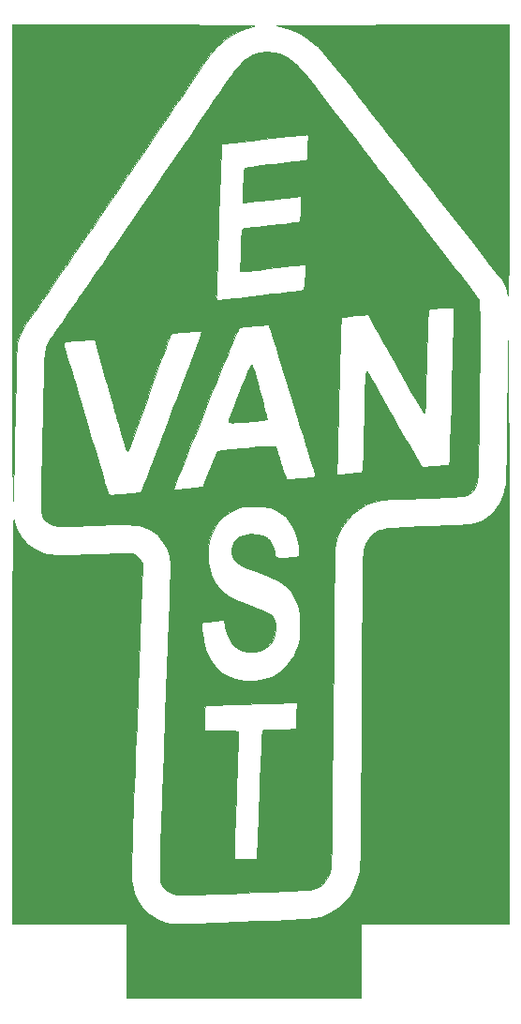
<source format=gbr>
G04 #@! TF.GenerationSoftware,KiCad,Pcbnew,5.1.5-52549c5~84~ubuntu18.04.1*
G04 #@! TF.CreationDate,2019-12-06T16:14:56-08:00*
G04 #@! TF.ProjectId,east-van-arrow,65617374-2d76-4616-9e2d-6172726f772e,rev?*
G04 #@! TF.SameCoordinates,Original*
G04 #@! TF.FileFunction,Soldermask,Top*
G04 #@! TF.FilePolarity,Negative*
%FSLAX46Y46*%
G04 Gerber Fmt 4.6, Leading zero omitted, Abs format (unit mm)*
G04 Created by KiCad (PCBNEW 5.1.5-52549c5~84~ubuntu18.04.1) date 2019-12-06 16:14:56*
%MOMM*%
%LPD*%
G04 APERTURE LIST*
%ADD10C,0.010000*%
%ADD11C,0.100000*%
G04 APERTURE END LIST*
D10*
G36*
X44230964Y-56166937D02*
G01*
X44280526Y-56295394D01*
X44360046Y-56542762D01*
X44463763Y-56887824D01*
X44585914Y-57309365D01*
X44720736Y-57786169D01*
X44862469Y-58297020D01*
X45005350Y-58820702D01*
X45143616Y-59335999D01*
X45271505Y-59821695D01*
X45383256Y-60256574D01*
X45473105Y-60619420D01*
X45535292Y-60889018D01*
X45564054Y-61044150D01*
X45563448Y-61073085D01*
X45468973Y-61099620D01*
X45249671Y-61134460D01*
X44933790Y-61174816D01*
X44549576Y-61217900D01*
X44125275Y-61260922D01*
X43689135Y-61301095D01*
X43269401Y-61335630D01*
X42894321Y-61361738D01*
X42592140Y-61376631D01*
X42464330Y-61379033D01*
X42231692Y-61372077D01*
X42119763Y-61343157D01*
X42096099Y-61280198D01*
X42103527Y-61244743D01*
X42146492Y-61120228D01*
X42238065Y-60874670D01*
X42369812Y-60529507D01*
X42533297Y-60106177D01*
X42720084Y-59626116D01*
X42921738Y-59110761D01*
X43129823Y-58581550D01*
X43335904Y-58059920D01*
X43531546Y-57567308D01*
X43708313Y-57125151D01*
X43857770Y-56754887D01*
X43971481Y-56477951D01*
X44041011Y-56315783D01*
X44052591Y-56291552D01*
X44144058Y-56146255D01*
X44207388Y-56133978D01*
X44230964Y-56166937D01*
G37*
X44230964Y-56166937D02*
X44280526Y-56295394D01*
X44360046Y-56542762D01*
X44463763Y-56887824D01*
X44585914Y-57309365D01*
X44720736Y-57786169D01*
X44862469Y-58297020D01*
X45005350Y-58820702D01*
X45143616Y-59335999D01*
X45271505Y-59821695D01*
X45383256Y-60256574D01*
X45473105Y-60619420D01*
X45535292Y-60889018D01*
X45564054Y-61044150D01*
X45563448Y-61073085D01*
X45468973Y-61099620D01*
X45249671Y-61134460D01*
X44933790Y-61174816D01*
X44549576Y-61217900D01*
X44125275Y-61260922D01*
X43689135Y-61301095D01*
X43269401Y-61335630D01*
X42894321Y-61361738D01*
X42592140Y-61376631D01*
X42464330Y-61379033D01*
X42231692Y-61372077D01*
X42119763Y-61343157D01*
X42096099Y-61280198D01*
X42103527Y-61244743D01*
X42146492Y-61120228D01*
X42238065Y-60874670D01*
X42369812Y-60529507D01*
X42533297Y-60106177D01*
X42720084Y-59626116D01*
X42921738Y-59110761D01*
X43129823Y-58581550D01*
X43335904Y-58059920D01*
X43531546Y-57567308D01*
X43708313Y-57125151D01*
X43857770Y-56754887D01*
X43971481Y-56477951D01*
X44041011Y-56315783D01*
X44052591Y-56291552D01*
X44144058Y-56146255D01*
X44207388Y-56133978D01*
X44230964Y-56166937D01*
G36*
X67407251Y-37667251D02*
G01*
X67407126Y-39022950D01*
X67406761Y-40336396D01*
X67406168Y-41599441D01*
X67405361Y-42803939D01*
X67404355Y-43941741D01*
X67403161Y-45004700D01*
X67401795Y-45984668D01*
X67400268Y-46873498D01*
X67398596Y-47663043D01*
X67396790Y-48345154D01*
X67394866Y-48911685D01*
X67392835Y-49354488D01*
X67390713Y-49665415D01*
X67388511Y-49836319D01*
X67387042Y-49868459D01*
X67359799Y-49800815D01*
X67311094Y-49626674D01*
X67271144Y-49465628D01*
X67170245Y-49155997D01*
X67027658Y-48846039D01*
X66965220Y-48739975D01*
X66890245Y-48636853D01*
X66727199Y-48421395D01*
X66482673Y-48102065D01*
X66163261Y-47687328D01*
X65775557Y-47185647D01*
X65326153Y-46605488D01*
X64821643Y-45955314D01*
X64268620Y-45243591D01*
X63673678Y-44478782D01*
X63043408Y-43669351D01*
X62384406Y-42823764D01*
X61703263Y-41950485D01*
X61006574Y-41057977D01*
X60300931Y-40154706D01*
X59592927Y-39249136D01*
X58889156Y-38349731D01*
X58196212Y-37464956D01*
X57520686Y-36603274D01*
X56869173Y-35773151D01*
X56375207Y-35144490D01*
X55977877Y-34638879D01*
X55595446Y-34151810D01*
X55242293Y-33701628D01*
X54932797Y-33306678D01*
X54681337Y-32985304D01*
X54502294Y-32755851D01*
X54438671Y-32673895D01*
X54011706Y-32125176D01*
X53558639Y-31549207D01*
X53090751Y-30959814D01*
X52619323Y-30370823D01*
X52155636Y-29796063D01*
X51710970Y-29249358D01*
X51296606Y-28744537D01*
X50923824Y-28295426D01*
X50603907Y-27915852D01*
X50348133Y-27619642D01*
X50167784Y-27420622D01*
X50091948Y-27346103D01*
X49267602Y-26704330D01*
X48456081Y-26203205D01*
X47638469Y-25833219D01*
X46795851Y-25584862D01*
X46458006Y-25519192D01*
X46510154Y-25515280D01*
X46707233Y-25511355D01*
X47040701Y-25507454D01*
X47502015Y-25503610D01*
X48082632Y-25499860D01*
X48774008Y-25496237D01*
X49567602Y-25492779D01*
X50454871Y-25489518D01*
X51427271Y-25486492D01*
X52476260Y-25483734D01*
X53593295Y-25481280D01*
X54769833Y-25479165D01*
X55997331Y-25477425D01*
X56836707Y-25476493D01*
X67407251Y-25466043D01*
X67407251Y-37667251D01*
G37*
X67407251Y-37667251D02*
X67407126Y-39022950D01*
X67406761Y-40336396D01*
X67406168Y-41599441D01*
X67405361Y-42803939D01*
X67404355Y-43941741D01*
X67403161Y-45004700D01*
X67401795Y-45984668D01*
X67400268Y-46873498D01*
X67398596Y-47663043D01*
X67396790Y-48345154D01*
X67394866Y-48911685D01*
X67392835Y-49354488D01*
X67390713Y-49665415D01*
X67388511Y-49836319D01*
X67387042Y-49868459D01*
X67359799Y-49800815D01*
X67311094Y-49626674D01*
X67271144Y-49465628D01*
X67170245Y-49155997D01*
X67027658Y-48846039D01*
X66965220Y-48739975D01*
X66890245Y-48636853D01*
X66727199Y-48421395D01*
X66482673Y-48102065D01*
X66163261Y-47687328D01*
X65775557Y-47185647D01*
X65326153Y-46605488D01*
X64821643Y-45955314D01*
X64268620Y-45243591D01*
X63673678Y-44478782D01*
X63043408Y-43669351D01*
X62384406Y-42823764D01*
X61703263Y-41950485D01*
X61006574Y-41057977D01*
X60300931Y-40154706D01*
X59592927Y-39249136D01*
X58889156Y-38349731D01*
X58196212Y-37464956D01*
X57520686Y-36603274D01*
X56869173Y-35773151D01*
X56375207Y-35144490D01*
X55977877Y-34638879D01*
X55595446Y-34151810D01*
X55242293Y-33701628D01*
X54932797Y-33306678D01*
X54681337Y-32985304D01*
X54502294Y-32755851D01*
X54438671Y-32673895D01*
X54011706Y-32125176D01*
X53558639Y-31549207D01*
X53090751Y-30959814D01*
X52619323Y-30370823D01*
X52155636Y-29796063D01*
X51710970Y-29249358D01*
X51296606Y-28744537D01*
X50923824Y-28295426D01*
X50603907Y-27915852D01*
X50348133Y-27619642D01*
X50167784Y-27420622D01*
X50091948Y-27346103D01*
X49267602Y-26704330D01*
X48456081Y-26203205D01*
X47638469Y-25833219D01*
X46795851Y-25584862D01*
X46458006Y-25519192D01*
X46510154Y-25515280D01*
X46707233Y-25511355D01*
X47040701Y-25507454D01*
X47502015Y-25503610D01*
X48082632Y-25499860D01*
X48774008Y-25496237D01*
X49567602Y-25492779D01*
X50454871Y-25489518D01*
X51427271Y-25486492D01*
X52476260Y-25483734D01*
X53593295Y-25481280D01*
X54769833Y-25479165D01*
X55997331Y-25477425D01*
X56836707Y-25476493D01*
X67407251Y-25466043D01*
X67407251Y-37667251D01*
G36*
X33738822Y-25472299D02*
G01*
X35269344Y-25473262D01*
X36653201Y-25474399D01*
X37897200Y-25475790D01*
X39008150Y-25477511D01*
X39992859Y-25479640D01*
X40858137Y-25482255D01*
X41610791Y-25485433D01*
X42257631Y-25489252D01*
X42805463Y-25493791D01*
X43261098Y-25499126D01*
X43631343Y-25505336D01*
X43923007Y-25512498D01*
X44142898Y-25520689D01*
X44297825Y-25529989D01*
X44394596Y-25540474D01*
X44440020Y-25552221D01*
X44440905Y-25565310D01*
X44404060Y-25579817D01*
X44347734Y-25593413D01*
X43446229Y-25862523D01*
X42580427Y-26270074D01*
X41770581Y-26801814D01*
X41036943Y-27443489D01*
X40399765Y-28180847D01*
X40140818Y-28554158D01*
X39997625Y-28772614D01*
X39780425Y-29098431D01*
X39502137Y-29512487D01*
X39175681Y-29995660D01*
X38813976Y-30528828D01*
X38429943Y-31092868D01*
X38041050Y-31662013D01*
X37249203Y-32819607D01*
X36525051Y-33880192D01*
X35848811Y-34872862D01*
X35200701Y-35826711D01*
X34560936Y-36770833D01*
X33909734Y-37734321D01*
X33606123Y-38184286D01*
X33297593Y-38640626D01*
X32931642Y-39179957D01*
X32515110Y-39792319D01*
X32054834Y-40467747D01*
X31557653Y-41196281D01*
X31030407Y-41967958D01*
X30479933Y-42772817D01*
X29913070Y-43600895D01*
X29336658Y-44442229D01*
X28757534Y-45286859D01*
X28182537Y-46124821D01*
X27618506Y-46946155D01*
X27072280Y-47740897D01*
X26550697Y-48499086D01*
X26060595Y-49210759D01*
X25608814Y-49865955D01*
X25202192Y-50454711D01*
X24847567Y-50967066D01*
X24551779Y-51393057D01*
X24321666Y-51722722D01*
X24164066Y-51946099D01*
X24085819Y-52053226D01*
X24084018Y-52055468D01*
X23849110Y-52387124D01*
X23600210Y-52808366D01*
X23367314Y-53262106D01*
X23180419Y-53691254D01*
X23096183Y-53935529D01*
X23032182Y-54252579D01*
X22981842Y-54715358D01*
X22945852Y-55316673D01*
X22934726Y-55623746D01*
X22920538Y-56119324D01*
X22903777Y-56748004D01*
X22884911Y-57489448D01*
X22864410Y-58323313D01*
X22842746Y-59229261D01*
X22820387Y-60186949D01*
X22797803Y-61176037D01*
X22775465Y-62176186D01*
X22753842Y-63167053D01*
X22733404Y-64128299D01*
X22714621Y-65039582D01*
X22698947Y-65829789D01*
X22686281Y-66442202D01*
X22673132Y-67004291D01*
X22660040Y-67498017D01*
X22647548Y-67905336D01*
X22636195Y-68208206D01*
X22626522Y-68388587D01*
X22620929Y-68432457D01*
X22618562Y-68359453D01*
X22616248Y-68139101D01*
X22613995Y-67777525D01*
X22611810Y-67280853D01*
X22609703Y-66655208D01*
X22607680Y-65906718D01*
X22605751Y-65041507D01*
X22603922Y-64065702D01*
X22602202Y-62985428D01*
X22600599Y-61806811D01*
X22599122Y-60535977D01*
X22597778Y-59179050D01*
X22596574Y-57742158D01*
X22595520Y-56231425D01*
X22594623Y-54652977D01*
X22593892Y-53012941D01*
X22593334Y-51317440D01*
X22592957Y-49572603D01*
X22592770Y-47784553D01*
X22592750Y-46965237D01*
X22592750Y-25466043D01*
X33738822Y-25472299D01*
G37*
X33738822Y-25472299D02*
X35269344Y-25473262D01*
X36653201Y-25474399D01*
X37897200Y-25475790D01*
X39008150Y-25477511D01*
X39992859Y-25479640D01*
X40858137Y-25482255D01*
X41610791Y-25485433D01*
X42257631Y-25489252D01*
X42805463Y-25493791D01*
X43261098Y-25499126D01*
X43631343Y-25505336D01*
X43923007Y-25512498D01*
X44142898Y-25520689D01*
X44297825Y-25529989D01*
X44394596Y-25540474D01*
X44440020Y-25552221D01*
X44440905Y-25565310D01*
X44404060Y-25579817D01*
X44347734Y-25593413D01*
X43446229Y-25862523D01*
X42580427Y-26270074D01*
X41770581Y-26801814D01*
X41036943Y-27443489D01*
X40399765Y-28180847D01*
X40140818Y-28554158D01*
X39997625Y-28772614D01*
X39780425Y-29098431D01*
X39502137Y-29512487D01*
X39175681Y-29995660D01*
X38813976Y-30528828D01*
X38429943Y-31092868D01*
X38041050Y-31662013D01*
X37249203Y-32819607D01*
X36525051Y-33880192D01*
X35848811Y-34872862D01*
X35200701Y-35826711D01*
X34560936Y-36770833D01*
X33909734Y-37734321D01*
X33606123Y-38184286D01*
X33297593Y-38640626D01*
X32931642Y-39179957D01*
X32515110Y-39792319D01*
X32054834Y-40467747D01*
X31557653Y-41196281D01*
X31030407Y-41967958D01*
X30479933Y-42772817D01*
X29913070Y-43600895D01*
X29336658Y-44442229D01*
X28757534Y-45286859D01*
X28182537Y-46124821D01*
X27618506Y-46946155D01*
X27072280Y-47740897D01*
X26550697Y-48499086D01*
X26060595Y-49210759D01*
X25608814Y-49865955D01*
X25202192Y-50454711D01*
X24847567Y-50967066D01*
X24551779Y-51393057D01*
X24321666Y-51722722D01*
X24164066Y-51946099D01*
X24085819Y-52053226D01*
X24084018Y-52055468D01*
X23849110Y-52387124D01*
X23600210Y-52808366D01*
X23367314Y-53262106D01*
X23180419Y-53691254D01*
X23096183Y-53935529D01*
X23032182Y-54252579D01*
X22981842Y-54715358D01*
X22945852Y-55316673D01*
X22934726Y-55623746D01*
X22920538Y-56119324D01*
X22903777Y-56748004D01*
X22884911Y-57489448D01*
X22864410Y-58323313D01*
X22842746Y-59229261D01*
X22820387Y-60186949D01*
X22797803Y-61176037D01*
X22775465Y-62176186D01*
X22753842Y-63167053D01*
X22733404Y-64128299D01*
X22714621Y-65039582D01*
X22698947Y-65829789D01*
X22686281Y-66442202D01*
X22673132Y-67004291D01*
X22660040Y-67498017D01*
X22647548Y-67905336D01*
X22636195Y-68208206D01*
X22626522Y-68388587D01*
X22620929Y-68432457D01*
X22618562Y-68359453D01*
X22616248Y-68139101D01*
X22613995Y-67777525D01*
X22611810Y-67280853D01*
X22609703Y-66655208D01*
X22607680Y-65906718D01*
X22605751Y-65041507D01*
X22603922Y-64065702D01*
X22602202Y-62985428D01*
X22600599Y-61806811D01*
X22599122Y-60535977D01*
X22597778Y-59179050D01*
X22596574Y-57742158D01*
X22595520Y-56231425D01*
X22594623Y-54652977D01*
X22593892Y-53012941D01*
X22593334Y-51317440D01*
X22592957Y-49572603D01*
X22592770Y-47784553D01*
X22592750Y-46965237D01*
X22592750Y-25466043D01*
X33738822Y-25472299D01*
G36*
X46243845Y-27949575D02*
G01*
X46916000Y-28139704D01*
X47563861Y-28473984D01*
X48176800Y-28950354D01*
X48292086Y-29060351D01*
X48428948Y-29210254D01*
X48649093Y-29470608D01*
X48943108Y-29829547D01*
X49301580Y-30275205D01*
X49715095Y-30795713D01*
X50174242Y-31379206D01*
X50669607Y-32013817D01*
X51191776Y-32687679D01*
X51731338Y-33388924D01*
X51893139Y-33600181D01*
X52432012Y-34304358D01*
X52951896Y-34983405D01*
X53443874Y-35625697D01*
X53899031Y-36219606D01*
X54308449Y-36753505D01*
X54663212Y-37215768D01*
X54954401Y-37594769D01*
X55173101Y-37878880D01*
X55310395Y-38056475D01*
X55335989Y-38089305D01*
X55437411Y-38219662D01*
X55625004Y-38461674D01*
X55891163Y-38805506D01*
X56228286Y-39241320D01*
X56628767Y-39759280D01*
X57085004Y-40349547D01*
X57589393Y-41002284D01*
X58134329Y-41707655D01*
X58712208Y-42455823D01*
X59315428Y-43236950D01*
X59725351Y-43767855D01*
X60343423Y-44568087D01*
X60942949Y-45343713D01*
X61516129Y-46084679D01*
X62055165Y-46780930D01*
X62552260Y-47422411D01*
X62999615Y-47999069D01*
X63389431Y-48500849D01*
X63713911Y-48917696D01*
X63965257Y-49239557D01*
X64135669Y-49456376D01*
X64198675Y-49535392D01*
X64407147Y-49804973D01*
X64583321Y-50054588D01*
X64699344Y-50243915D01*
X64722923Y-50294386D01*
X64740154Y-50418360D01*
X64754406Y-50683201D01*
X64765803Y-51076335D01*
X64774469Y-51585188D01*
X64780526Y-52197183D01*
X64784099Y-52899747D01*
X64785310Y-53680303D01*
X64784285Y-54526277D01*
X64781146Y-55425095D01*
X64776017Y-56364180D01*
X64769022Y-57330959D01*
X64760284Y-58312856D01*
X64749927Y-59297295D01*
X64738075Y-60271703D01*
X64724851Y-61223504D01*
X64710378Y-62140123D01*
X64694781Y-63008985D01*
X64678183Y-63817515D01*
X64660708Y-64553138D01*
X64642479Y-65203280D01*
X64623620Y-65755364D01*
X64604255Y-66196817D01*
X64584507Y-66515063D01*
X64564499Y-66697527D01*
X64561516Y-66712266D01*
X64391460Y-67224012D01*
X64144810Y-67611110D01*
X63825598Y-67867467D01*
X63782505Y-67889204D01*
X63682538Y-67931143D01*
X63563418Y-67966673D01*
X63408667Y-67997261D01*
X63201808Y-68024373D01*
X62926365Y-68049474D01*
X62565859Y-68074032D01*
X62103814Y-68099512D01*
X61523752Y-68127381D01*
X60809196Y-68159105D01*
X60692750Y-68164141D01*
X60004128Y-68193590D01*
X59318737Y-68222408D01*
X58662959Y-68249522D01*
X58063179Y-68273857D01*
X57545778Y-68294341D01*
X57137142Y-68309898D01*
X56932629Y-68317191D01*
X56017447Y-68392738D01*
X55212844Y-68557640D01*
X54500026Y-68818691D01*
X53860196Y-69182683D01*
X53304571Y-69628412D01*
X52768212Y-70215885D01*
X52323269Y-70888877D01*
X51986804Y-71614167D01*
X51775878Y-72358536D01*
X51725145Y-72703724D01*
X51714229Y-72867434D01*
X51703248Y-73144744D01*
X51692161Y-73538869D01*
X51680926Y-74053022D01*
X51669500Y-74690419D01*
X51657842Y-75454274D01*
X51645910Y-76347800D01*
X51633662Y-77374212D01*
X51621056Y-78536725D01*
X51608051Y-79838552D01*
X51594603Y-81282907D01*
X51580673Y-82873006D01*
X51566216Y-84612062D01*
X51560203Y-85359396D01*
X51552517Y-86271799D01*
X51544190Y-87167887D01*
X51535425Y-88031077D01*
X51526425Y-88844787D01*
X51517392Y-89592434D01*
X51508530Y-90257436D01*
X51500041Y-90823209D01*
X51492128Y-91273171D01*
X51484995Y-91590739D01*
X51483222Y-91651843D01*
X51476092Y-91952762D01*
X51469027Y-92387792D01*
X51462197Y-92937566D01*
X51455768Y-93582721D01*
X51449909Y-94303892D01*
X51444788Y-95081715D01*
X51440573Y-95896826D01*
X51437433Y-96729858D01*
X51436615Y-97023444D01*
X51432970Y-97916122D01*
X51426839Y-98740651D01*
X51418453Y-99484988D01*
X51408040Y-100137092D01*
X51395833Y-100684919D01*
X51382060Y-101116427D01*
X51366952Y-101419574D01*
X51350739Y-101582318D01*
X51349314Y-101589305D01*
X51151602Y-102219350D01*
X50862092Y-102729922D01*
X50475112Y-103128584D01*
X49984988Y-103422895D01*
X49967453Y-103430712D01*
X49914861Y-103454803D01*
X49867070Y-103476161D01*
X49814851Y-103495322D01*
X49748976Y-103512825D01*
X49660218Y-103529207D01*
X49539349Y-103545005D01*
X49377140Y-103560757D01*
X49164365Y-103577000D01*
X48891795Y-103594272D01*
X48550203Y-103613111D01*
X48130360Y-103634053D01*
X47623039Y-103657637D01*
X47019013Y-103684400D01*
X46309053Y-103714879D01*
X45483931Y-103749611D01*
X44534421Y-103789136D01*
X43451293Y-103833989D01*
X42225320Y-103884709D01*
X42045620Y-103892148D01*
X41111246Y-103930751D01*
X40317253Y-103963031D01*
X39650679Y-103989020D01*
X39098561Y-104008747D01*
X38647937Y-104022244D01*
X38285847Y-104029541D01*
X37999326Y-104030671D01*
X37775414Y-104025662D01*
X37601148Y-104014548D01*
X37463567Y-103997357D01*
X37349708Y-103974122D01*
X37246608Y-103944873D01*
X37141307Y-103909641D01*
X37124624Y-103903878D01*
X36735022Y-103746515D01*
X36451393Y-103568820D01*
X36226805Y-103337248D01*
X36117529Y-103184032D01*
X35906647Y-102864058D01*
X35915850Y-101363388D01*
X35922189Y-100846657D01*
X35934913Y-100220917D01*
X35952817Y-99530444D01*
X35974693Y-98819515D01*
X35999335Y-98132408D01*
X36013199Y-97790816D01*
X36030138Y-97380634D01*
X36051919Y-96833873D01*
X36077907Y-96167329D01*
X36107468Y-95397800D01*
X36139967Y-94542082D01*
X36174771Y-93616972D01*
X36211245Y-92639268D01*
X36248754Y-91625766D01*
X36286665Y-90593263D01*
X36324343Y-89558556D01*
X36330518Y-89388097D01*
X36337477Y-89196254D01*
X39911795Y-89196254D01*
X41425754Y-89208456D01*
X41891559Y-89213804D01*
X42302665Y-89221561D01*
X42635260Y-89231027D01*
X42865534Y-89241503D01*
X42969675Y-89252291D01*
X42972928Y-89253874D01*
X42978985Y-89336335D01*
X42979063Y-89551732D01*
X42973598Y-89879660D01*
X42963022Y-90299716D01*
X42947770Y-90791494D01*
X42929078Y-91313575D01*
X42873035Y-92797846D01*
X42822084Y-94168978D01*
X42776358Y-95423026D01*
X42735985Y-96556048D01*
X42701098Y-97564099D01*
X42671827Y-98443236D01*
X42648303Y-99189513D01*
X42630656Y-99798988D01*
X42619017Y-100267716D01*
X42613517Y-100591753D01*
X42614287Y-100767156D01*
X42615168Y-100783565D01*
X42692897Y-100815031D01*
X42914247Y-100831385D01*
X43270075Y-100832283D01*
X43637758Y-100821934D01*
X44654683Y-100783565D01*
X44705062Y-99939456D01*
X44716786Y-99711455D01*
X44733158Y-99346189D01*
X44753550Y-98859777D01*
X44777332Y-98268339D01*
X44803877Y-97587994D01*
X44832555Y-96834861D01*
X44862739Y-96025058D01*
X44893799Y-95174705D01*
X44925108Y-94299921D01*
X44926489Y-94260907D01*
X44957522Y-93409409D01*
X44988763Y-92600306D01*
X45019574Y-91847153D01*
X45049318Y-91163507D01*
X45077357Y-90562922D01*
X45103053Y-90058957D01*
X45125769Y-89665166D01*
X45144868Y-89395107D01*
X45159711Y-89262334D01*
X45161975Y-89253807D01*
X45190262Y-89191329D01*
X45236300Y-89145973D01*
X45322463Y-89114865D01*
X45471125Y-89095131D01*
X45704660Y-89083897D01*
X46045443Y-89078291D01*
X46515847Y-89075438D01*
X46552028Y-89075277D01*
X47103623Y-89071347D01*
X47519627Y-89064480D01*
X47817909Y-89053754D01*
X48016339Y-89038246D01*
X48132787Y-89017031D01*
X48183536Y-88990985D01*
X48195241Y-88909690D01*
X48211974Y-88702428D01*
X48231874Y-88396550D01*
X48253077Y-88019408D01*
X48263100Y-87822535D01*
X48319416Y-86679028D01*
X45873152Y-86735627D01*
X44693975Y-86763745D01*
X43636876Y-86790682D01*
X42705769Y-86816305D01*
X41904564Y-86840482D01*
X41237176Y-86863079D01*
X40707515Y-86883964D01*
X40319494Y-86903005D01*
X40077027Y-86920068D01*
X39984024Y-86935021D01*
X39983707Y-86935306D01*
X39969267Y-87021386D01*
X39954937Y-87232717D01*
X39942060Y-87541082D01*
X39931981Y-87918263D01*
X39928995Y-88084536D01*
X39911795Y-89196254D01*
X36337477Y-89196254D01*
X36369172Y-88322639D01*
X36408865Y-87232928D01*
X36448868Y-86138743D01*
X36488450Y-85059868D01*
X36526882Y-84016084D01*
X36563434Y-83027173D01*
X36597377Y-82112916D01*
X36627981Y-81293096D01*
X36654515Y-80587495D01*
X36675858Y-80026163D01*
X36688678Y-79690488D01*
X39643644Y-79690488D01*
X39667789Y-80019302D01*
X39730892Y-80457728D01*
X39831848Y-80993126D01*
X39870747Y-81177221D01*
X40119421Y-82045930D01*
X40462794Y-82794055D01*
X40899321Y-83420559D01*
X41427458Y-83924407D01*
X42045660Y-84304562D01*
X42752383Y-84559988D01*
X43546082Y-84689647D01*
X44425213Y-84692504D01*
X45015705Y-84629678D01*
X45667319Y-84490803D01*
X46225857Y-84265482D01*
X46736052Y-83931273D01*
X47151908Y-83558043D01*
X47494315Y-83193142D01*
X47748890Y-82859768D01*
X47955275Y-82503984D01*
X48012772Y-82386812D01*
X48212194Y-81951420D01*
X48357769Y-81582919D01*
X48457682Y-81241265D01*
X48520120Y-80886413D01*
X48553272Y-80478321D01*
X48565323Y-79976943D01*
X48565997Y-79680846D01*
X48563338Y-79207734D01*
X48554635Y-78853093D01*
X48535769Y-78581932D01*
X48502621Y-78359259D01*
X48451072Y-78150082D01*
X48377004Y-77919411D01*
X48349206Y-77839154D01*
X48165640Y-77360369D01*
X47977395Y-76981988D01*
X47755752Y-76652839D01*
X47538037Y-76393840D01*
X47268084Y-76123062D01*
X46966360Y-75882338D01*
X46610381Y-75659449D01*
X46177665Y-75442176D01*
X45645728Y-75218300D01*
X44992088Y-74975602D01*
X44812062Y-74912309D01*
X44113466Y-74656416D01*
X43552684Y-74419966D01*
X43116925Y-74192844D01*
X42793401Y-73964937D01*
X42569323Y-73726129D01*
X42431904Y-73466306D01*
X42368353Y-73175352D01*
X42360461Y-72973323D01*
X42431712Y-72488922D01*
X42627718Y-72091477D01*
X42944224Y-71784817D01*
X43376977Y-71572767D01*
X43921721Y-71459154D01*
X44056863Y-71447704D01*
X44668526Y-71457958D01*
X45185271Y-71572091D01*
X45595984Y-71787619D01*
X45603984Y-71793665D01*
X45831157Y-72038049D01*
X46035591Y-72388011D01*
X46193306Y-72795662D01*
X46267992Y-73119819D01*
X46313621Y-73345721D01*
X46365171Y-73508652D01*
X46384043Y-73542624D01*
X46478669Y-73566186D01*
X46690564Y-73577678D01*
X46984113Y-73578518D01*
X47323706Y-73570125D01*
X47673730Y-73553917D01*
X47998572Y-73531314D01*
X48262620Y-73503733D01*
X48430262Y-73472594D01*
X48461712Y-73459859D01*
X48499028Y-73358180D01*
X48508528Y-73140613D01*
X48493004Y-72841660D01*
X48455248Y-72495825D01*
X48398052Y-72137610D01*
X48329047Y-71820392D01*
X48075092Y-71085187D01*
X47713722Y-70438421D01*
X47255552Y-69892783D01*
X46711200Y-69460959D01*
X46102544Y-69159753D01*
X45841235Y-69068085D01*
X45617983Y-69005704D01*
X45391729Y-68967049D01*
X45121415Y-68946561D01*
X44765982Y-68938678D01*
X44462840Y-68937680D01*
X44006527Y-68941678D01*
X43662794Y-68956718D01*
X43390882Y-68987428D01*
X43150030Y-69038434D01*
X42899478Y-69114361D01*
X42896033Y-69115514D01*
X42215578Y-69421875D01*
X41621176Y-69852954D01*
X41122112Y-70400573D01*
X40754646Y-71001313D01*
X40504819Y-71573937D01*
X40345075Y-72127235D01*
X40262533Y-72718734D01*
X40243431Y-73284370D01*
X40282071Y-74049037D01*
X40403674Y-74716101D01*
X40620297Y-75324076D01*
X40944001Y-75911472D01*
X41166479Y-76232191D01*
X41406914Y-76516535D01*
X41696439Y-76775549D01*
X42053301Y-77019624D01*
X42495745Y-77259148D01*
X43042015Y-77504511D01*
X43710359Y-77766102D01*
X44123740Y-77916094D01*
X44775417Y-78158360D01*
X45292190Y-78379578D01*
X45688725Y-78593113D01*
X45979684Y-78812331D01*
X46179732Y-79050596D01*
X46303533Y-79321273D01*
X46365749Y-79637727D01*
X46381209Y-79973606D01*
X46312394Y-80531576D01*
X46117323Y-81022648D01*
X45812835Y-81435412D01*
X45415765Y-81758458D01*
X44942953Y-81980377D01*
X44411234Y-82089756D01*
X43837446Y-82075188D01*
X43415005Y-81983717D01*
X42912131Y-81760789D01*
X42499664Y-81416695D01*
X42176406Y-80949825D01*
X41941157Y-80358574D01*
X41824988Y-79851421D01*
X41772335Y-79566643D01*
X41725220Y-79346065D01*
X41692144Y-79228650D01*
X41687234Y-79220144D01*
X41602130Y-79215685D01*
X41395786Y-79228975D01*
X41099087Y-79257447D01*
X40742916Y-79298531D01*
X40739415Y-79298965D01*
X40373610Y-79343257D01*
X40058130Y-79379437D01*
X39827282Y-79403704D01*
X39716640Y-79412266D01*
X39659559Y-79483928D01*
X39643644Y-79690488D01*
X36688678Y-79690488D01*
X36718094Y-78920351D01*
X36754400Y-77956908D01*
X36784912Y-77124852D01*
X36809771Y-76413199D01*
X36829115Y-75810963D01*
X36843083Y-75307162D01*
X36851813Y-74890811D01*
X36855444Y-74550927D01*
X36854115Y-74276525D01*
X36847964Y-74056622D01*
X36837130Y-73880233D01*
X36821753Y-73736374D01*
X36801970Y-73614063D01*
X36777921Y-73502313D01*
X36759205Y-73426768D01*
X36502617Y-72700590D01*
X36131226Y-72061437D01*
X35654887Y-71522242D01*
X35083457Y-71095937D01*
X34909064Y-70999236D01*
X34699467Y-70895629D01*
X34495221Y-70808354D01*
X34282426Y-70736603D01*
X34047181Y-70679571D01*
X33775588Y-70636449D01*
X33453747Y-70606431D01*
X33067758Y-70588710D01*
X32603722Y-70582479D01*
X32047740Y-70586930D01*
X31385911Y-70601258D01*
X30604337Y-70624655D01*
X29689117Y-70656314D01*
X29267088Y-70671676D01*
X28564321Y-70696986D01*
X27996869Y-70715700D01*
X27546705Y-70727576D01*
X27195801Y-70732371D01*
X26926129Y-70729844D01*
X26719662Y-70719752D01*
X26558372Y-70701853D01*
X26424231Y-70675904D01*
X26299213Y-70641664D01*
X26265856Y-70631335D01*
X25804567Y-70426195D01*
X25471630Y-70138240D01*
X25262488Y-69761388D01*
X25172581Y-69289562D01*
X25168298Y-69167855D01*
X25168293Y-68937359D01*
X25171452Y-68585335D01*
X25177369Y-68131484D01*
X25185644Y-67595505D01*
X25195871Y-66997098D01*
X25207650Y-66355962D01*
X25220575Y-65691796D01*
X25234245Y-65024302D01*
X25248257Y-64373176D01*
X25262206Y-63758121D01*
X25275691Y-63198834D01*
X25288309Y-62715016D01*
X25299655Y-62326366D01*
X25309328Y-62052583D01*
X25316657Y-61916194D01*
X25324988Y-61762082D01*
X25335000Y-61473909D01*
X25346229Y-61071072D01*
X25358210Y-60572968D01*
X25370479Y-59998995D01*
X25382570Y-59368551D01*
X25394020Y-58701032D01*
X25394762Y-58654864D01*
X25407281Y-57972539D01*
X25422351Y-57314764D01*
X25439261Y-56703029D01*
X25457298Y-56158822D01*
X25475750Y-55703633D01*
X25493906Y-55358951D01*
X25511036Y-55146395D01*
X25592239Y-54694822D01*
X25734583Y-54287279D01*
X25762389Y-54236566D01*
X27192299Y-54236566D01*
X27232499Y-54443506D01*
X27306889Y-54731331D01*
X27389781Y-55009849D01*
X27516354Y-55418493D01*
X27677372Y-55947172D01*
X27864673Y-56568482D01*
X28070096Y-57255017D01*
X28285480Y-57979369D01*
X28502663Y-58714135D01*
X28713484Y-59431907D01*
X28909783Y-60105280D01*
X29000820Y-60419819D01*
X29152161Y-60939197D01*
X29330540Y-61543475D01*
X29517608Y-62170942D01*
X29695017Y-62759887D01*
X29765165Y-62990514D01*
X29909102Y-63462524D01*
X30069374Y-63989060D01*
X30239825Y-64549804D01*
X30414298Y-65124439D01*
X30586638Y-65692648D01*
X30750689Y-66234113D01*
X30900295Y-66728519D01*
X31029300Y-67155546D01*
X31131549Y-67494880D01*
X31200884Y-67726201D01*
X31230194Y-67825732D01*
X31255634Y-67865623D01*
X31319231Y-67891233D01*
X31441488Y-67902555D01*
X31642906Y-67899583D01*
X31943987Y-67882310D01*
X32365234Y-67850731D01*
X32679622Y-67825289D01*
X33132557Y-67784463D01*
X33533595Y-67741418D01*
X33857249Y-67699449D01*
X34078029Y-67661851D01*
X34169790Y-67632668D01*
X34222346Y-67536675D01*
X34300223Y-67362174D01*
X37144417Y-67362174D01*
X37146659Y-67386116D01*
X37153820Y-67396700D01*
X37192409Y-67410666D01*
X37283477Y-67415367D01*
X37444613Y-67409640D01*
X37693403Y-67392325D01*
X38047435Y-67362259D01*
X38524296Y-67318281D01*
X38937765Y-67278870D01*
X39274611Y-67242205D01*
X39552409Y-67203902D01*
X39736952Y-67169167D01*
X39793483Y-67148695D01*
X39834786Y-67064371D01*
X39922040Y-66858371D01*
X40046460Y-66552400D01*
X40199263Y-66168163D01*
X40371663Y-65727365D01*
X40435985Y-65561209D01*
X40614098Y-65104175D01*
X40776800Y-64694808D01*
X40915077Y-64355133D01*
X41019916Y-64107177D01*
X41082305Y-63972967D01*
X41092402Y-63956988D01*
X41184776Y-63930688D01*
X41407743Y-63896083D01*
X41739460Y-63855039D01*
X42158085Y-63809420D01*
X42641777Y-63761088D01*
X43168694Y-63711908D01*
X43716993Y-63663744D01*
X44264832Y-63618459D01*
X44790370Y-63577918D01*
X45271765Y-63543985D01*
X45687174Y-63518523D01*
X46014756Y-63503396D01*
X46232669Y-63500469D01*
X46318562Y-63511009D01*
X46361458Y-63603310D01*
X46439487Y-63818884D01*
X46544642Y-64133717D01*
X46668916Y-64523794D01*
X46804302Y-64965103D01*
X46812672Y-64992912D01*
X46948240Y-65436354D01*
X47072822Y-65829871D01*
X47178485Y-66149498D01*
X47257292Y-66371269D01*
X47301308Y-66471218D01*
X47302705Y-66472855D01*
X47393702Y-66485540D01*
X47606290Y-66484193D01*
X47909471Y-66471245D01*
X48272249Y-66449127D01*
X48663624Y-66420271D01*
X49052600Y-66387107D01*
X49408180Y-66352067D01*
X49699364Y-66317582D01*
X49895156Y-66286083D01*
X49962743Y-66264226D01*
X49949407Y-66184662D01*
X49901401Y-66001511D01*
X51838166Y-66001511D01*
X51907618Y-66047151D01*
X52078796Y-66064034D01*
X52367753Y-66053563D01*
X52790543Y-66017142D01*
X52841775Y-66012028D01*
X53225920Y-65974560D01*
X53571224Y-65943128D01*
X53839598Y-65921056D01*
X53991911Y-65911692D01*
X54113170Y-65895760D01*
X54181076Y-65829986D01*
X54219133Y-65675652D01*
X54239610Y-65503656D01*
X54249656Y-65347026D01*
X54262142Y-65053793D01*
X54276574Y-64640798D01*
X54292461Y-64124885D01*
X54309310Y-63522896D01*
X54326628Y-62851674D01*
X54343924Y-62128061D01*
X54360705Y-61368900D01*
X54361303Y-61340665D01*
X54382562Y-60361400D01*
X54402135Y-59525338D01*
X54420590Y-58822223D01*
X54438492Y-58241801D01*
X54456407Y-57773814D01*
X54474902Y-57408010D01*
X54494543Y-57134131D01*
X54515896Y-56941924D01*
X54539529Y-56821132D01*
X54566006Y-56761500D01*
X54595895Y-56752774D01*
X54613930Y-56765894D01*
X54667625Y-56831651D01*
X54747022Y-56951680D01*
X54861524Y-57142052D01*
X55020540Y-57418842D01*
X55233473Y-57798123D01*
X55509731Y-58295969D01*
X55517239Y-58309547D01*
X55672961Y-58589958D01*
X55846655Y-58900178D01*
X56045362Y-59252560D01*
X56276124Y-59659458D01*
X56545981Y-60133226D01*
X56861973Y-60686216D01*
X57231143Y-61330783D01*
X57660530Y-62079279D01*
X58157176Y-62944059D01*
X58346049Y-63272755D01*
X59588676Y-65435056D01*
X59833764Y-65403539D01*
X60004896Y-65384612D01*
X60289271Y-65356427D01*
X60647219Y-65322802D01*
X61036154Y-65287811D01*
X61404126Y-65253509D01*
X61714591Y-65220925D01*
X61936635Y-65193563D01*
X62039342Y-65174928D01*
X62041630Y-65173827D01*
X62057437Y-65091959D01*
X62075648Y-64878419D01*
X62095055Y-64554964D01*
X62114452Y-64143352D01*
X62132631Y-63665343D01*
X62142400Y-63357465D01*
X62193421Y-61613724D01*
X62239403Y-60019244D01*
X62280441Y-58569898D01*
X62316629Y-57261557D01*
X62348062Y-56090094D01*
X62374834Y-55051382D01*
X62397040Y-54141292D01*
X62414774Y-53355698D01*
X62428131Y-52690471D01*
X62437205Y-52141484D01*
X62442091Y-51704610D01*
X62442883Y-51375720D01*
X62439676Y-51150688D01*
X62432563Y-51025385D01*
X62425406Y-50994892D01*
X62332434Y-50980119D01*
X62121231Y-50979036D01*
X61826204Y-50989331D01*
X61481760Y-51008695D01*
X61122306Y-51034816D01*
X60782250Y-51065385D01*
X60495998Y-51098091D01*
X60297957Y-51130623D01*
X60259863Y-51140310D01*
X60216626Y-51169950D01*
X60182707Y-51242565D01*
X60156050Y-51377348D01*
X60134600Y-51593492D01*
X60116300Y-51910192D01*
X60099095Y-52346640D01*
X60085561Y-52767808D01*
X60068185Y-53330835D01*
X60049568Y-53920122D01*
X60031193Y-54489684D01*
X60014541Y-54993536D01*
X60002171Y-55355166D01*
X59990380Y-55717501D01*
X59976125Y-56197915D01*
X59960379Y-56761048D01*
X59944116Y-57371545D01*
X59928307Y-57994047D01*
X59918786Y-58386284D01*
X59903763Y-58933672D01*
X59886231Y-59433236D01*
X59867247Y-59863625D01*
X59847867Y-60203489D01*
X59829147Y-60431477D01*
X59812981Y-60524915D01*
X59752683Y-60510689D01*
X59630228Y-60359693D01*
X59444966Y-60071003D01*
X59217246Y-59680806D01*
X58954214Y-59216101D01*
X58645598Y-58669383D01*
X58301315Y-58058339D01*
X57931282Y-57400656D01*
X57545419Y-56714022D01*
X57153642Y-56016125D01*
X56765870Y-55324651D01*
X56392022Y-54657289D01*
X56042014Y-54031726D01*
X55725765Y-53465649D01*
X55453192Y-52976746D01*
X55234214Y-52582705D01*
X55078749Y-52301212D01*
X55056632Y-52260856D01*
X54707251Y-51622135D01*
X54093354Y-51670310D01*
X53514899Y-51721916D01*
X53030142Y-51777843D01*
X52653792Y-51835803D01*
X52400558Y-51893509D01*
X52285149Y-51948675D01*
X52282981Y-51951769D01*
X52267472Y-52048230D01*
X52250217Y-52277536D01*
X52232163Y-52619076D01*
X52214258Y-53052246D01*
X52197449Y-53556435D01*
X52182683Y-54111039D01*
X52181627Y-54156577D01*
X52166943Y-54781835D01*
X52149035Y-55519776D01*
X52128928Y-56329665D01*
X52107646Y-57170769D01*
X52086213Y-58002355D01*
X52065652Y-58783689D01*
X52059862Y-59000181D01*
X52039786Y-59755328D01*
X52018499Y-60569812D01*
X51997021Y-61403579D01*
X51976375Y-62216578D01*
X51957584Y-62968758D01*
X51941669Y-63620065D01*
X51937455Y-63796254D01*
X51923240Y-64345769D01*
X51908118Y-64844758D01*
X51892890Y-65272718D01*
X51878356Y-65609143D01*
X51865314Y-65833531D01*
X51854566Y-65925376D01*
X51854386Y-65925710D01*
X51838166Y-66001511D01*
X49901401Y-66001511D01*
X49894385Y-65974744D01*
X49802381Y-65650418D01*
X49678096Y-65227625D01*
X49526234Y-64722309D01*
X49351497Y-64150413D01*
X49158587Y-63527881D01*
X49106264Y-63360432D01*
X48863755Y-62584256D01*
X48597857Y-61730806D01*
X48321131Y-60840558D01*
X48046138Y-59953987D01*
X47785439Y-59111569D01*
X47551595Y-58353781D01*
X47443546Y-58002598D01*
X47152876Y-57058607D01*
X46880450Y-56177769D01*
X46629341Y-55369823D01*
X46402622Y-54644508D01*
X46203367Y-54011561D01*
X46034650Y-53480722D01*
X45899542Y-53061728D01*
X45801119Y-52764318D01*
X45742452Y-52598230D01*
X45727697Y-52565743D01*
X45643265Y-52559876D01*
X45437128Y-52567076D01*
X45140256Y-52584779D01*
X44783620Y-52610421D01*
X44398192Y-52641438D01*
X44014941Y-52675264D01*
X43664839Y-52709336D01*
X43378856Y-52741089D01*
X43187964Y-52767960D01*
X43131974Y-52780664D01*
X43095185Y-52801540D01*
X43053184Y-52845219D01*
X43001649Y-52921707D01*
X42936257Y-53041009D01*
X42852684Y-53213129D01*
X42746608Y-53448073D01*
X42613706Y-53755846D01*
X42449655Y-54146451D01*
X42250133Y-54629895D01*
X42010816Y-55216183D01*
X41727381Y-55915318D01*
X41395505Y-56737306D01*
X41024904Y-57657281D01*
X40727710Y-58395067D01*
X40389427Y-59234078D01*
X40026610Y-60133304D01*
X39655814Y-61051731D01*
X39293595Y-61948350D01*
X38956509Y-62782147D01*
X38779071Y-63220725D01*
X38427064Y-64090649D01*
X38128451Y-64829220D01*
X37878994Y-65447327D01*
X37674456Y-65955859D01*
X37510598Y-66365706D01*
X37383183Y-66687755D01*
X37287973Y-66932897D01*
X37220729Y-67112021D01*
X37177213Y-67236016D01*
X37153188Y-67315770D01*
X37144417Y-67362174D01*
X34300223Y-67362174D01*
X34316887Y-67324835D01*
X34441606Y-67025040D01*
X34584694Y-66665182D01*
X34640686Y-66520423D01*
X34818744Y-66057190D01*
X35028867Y-65511551D01*
X35247659Y-64944207D01*
X35451724Y-64415854D01*
X35498442Y-64295046D01*
X35641001Y-63924944D01*
X35826957Y-63439768D01*
X36045445Y-62868001D01*
X36285596Y-62238129D01*
X36536546Y-61578639D01*
X36787426Y-60918014D01*
X36903578Y-60611662D01*
X37162043Y-59929915D01*
X37435739Y-59208619D01*
X37711605Y-58482152D01*
X37976582Y-57784889D01*
X38217608Y-57151209D01*
X38421622Y-56615489D01*
X38477913Y-56467855D01*
X38804689Y-55608912D01*
X39083055Y-54872469D01*
X39311707Y-54262050D01*
X39489340Y-53781179D01*
X39614650Y-53433377D01*
X39686335Y-53222170D01*
X39704193Y-53154160D01*
X39633066Y-53137640D01*
X39438555Y-53132619D01*
X39150191Y-53137541D01*
X38797509Y-53150852D01*
X38410041Y-53170996D01*
X38017321Y-53196419D01*
X37648881Y-53225567D01*
X37334255Y-53256884D01*
X37102976Y-53288816D01*
X37085330Y-53292028D01*
X37044588Y-53298754D01*
X37007594Y-53308605D01*
X36970737Y-53330805D01*
X36930403Y-53374580D01*
X36882981Y-53449153D01*
X36824858Y-53563751D01*
X36752422Y-53727597D01*
X36662061Y-53949918D01*
X36550161Y-54239936D01*
X36413111Y-54606879D01*
X36247298Y-55059969D01*
X36049111Y-55608433D01*
X35814936Y-56261495D01*
X35541161Y-57028380D01*
X35224174Y-57918313D01*
X34860362Y-58940518D01*
X34729882Y-59307130D01*
X34395631Y-60245862D01*
X34108788Y-61050277D01*
X33865459Y-61730704D01*
X33661747Y-62297472D01*
X33493757Y-62760909D01*
X33357595Y-63131344D01*
X33249363Y-63419106D01*
X33165168Y-63634524D01*
X33101114Y-63787925D01*
X33053305Y-63889639D01*
X33017846Y-63949995D01*
X32990841Y-63979321D01*
X32968396Y-63987946D01*
X32964496Y-63988097D01*
X32921082Y-63915334D01*
X32841064Y-63702729D01*
X32727098Y-63358809D01*
X32581841Y-62892098D01*
X32407950Y-62311123D01*
X32208082Y-61624410D01*
X31996109Y-60880242D01*
X31932321Y-60655894D01*
X31831657Y-60303959D01*
X31699822Y-59844298D01*
X31542526Y-59296772D01*
X31365475Y-58681242D01*
X31174376Y-58017570D01*
X30974938Y-57325616D01*
X30893534Y-57043384D01*
X29985885Y-53897160D01*
X29339620Y-53919768D01*
X28898500Y-53940484D01*
X28455389Y-53970544D01*
X28038516Y-54007012D01*
X27676112Y-54046956D01*
X27396405Y-54087440D01*
X27227625Y-54125530D01*
X27193597Y-54142822D01*
X27192299Y-54236566D01*
X25762389Y-54236566D01*
X25958277Y-53879303D01*
X26283531Y-53426429D01*
X26305527Y-53398369D01*
X26391600Y-53281000D01*
X26558644Y-53045437D01*
X26800853Y-52700071D01*
X27112419Y-52253291D01*
X27487533Y-51713489D01*
X27920389Y-51089055D01*
X28405179Y-50388379D01*
X28595910Y-50112287D01*
X40975101Y-50112287D01*
X40996481Y-50279321D01*
X41046130Y-50328882D01*
X41149624Y-50320676D01*
X41378915Y-50297921D01*
X41707308Y-50263413D01*
X42108109Y-50219946D01*
X42474706Y-50179285D01*
X42986361Y-50121811D01*
X43598564Y-50052763D01*
X44259385Y-49978016D01*
X44916893Y-49903443D01*
X45498792Y-49837239D01*
X46054991Y-49773858D01*
X46618566Y-49709677D01*
X47151102Y-49649069D01*
X47614181Y-49596405D01*
X47969387Y-49556058D01*
X48013977Y-49550999D01*
X48357356Y-49505515D01*
X48644121Y-49455294D01*
X48839768Y-49407132D01*
X48907170Y-49375069D01*
X48934674Y-49272233D01*
X48964888Y-49046009D01*
X48994707Y-48726372D01*
X49021030Y-48343297D01*
X49028861Y-48199426D01*
X49049093Y-47766280D01*
X49057584Y-47463669D01*
X49053017Y-47269011D01*
X49034075Y-47159720D01*
X48999441Y-47113214D01*
X48965074Y-47105922D01*
X48862267Y-47113111D01*
X48641078Y-47135084D01*
X48296152Y-47172446D01*
X47822138Y-47225800D01*
X47213683Y-47295754D01*
X46465433Y-47382911D01*
X45572038Y-47487877D01*
X45230212Y-47528210D01*
X44790537Y-47578920D01*
X44351782Y-47627424D01*
X43963823Y-47668333D01*
X43676536Y-47696257D01*
X43668684Y-47696954D01*
X43143108Y-47743353D01*
X43191158Y-46292764D01*
X43208958Y-45798000D01*
X43228677Y-45320959D01*
X43248675Y-44896742D01*
X43267312Y-44560452D01*
X43281081Y-44367438D01*
X43309627Y-44104907D01*
X43348927Y-43956970D01*
X43417513Y-43884943D01*
X43528396Y-43851249D01*
X43655375Y-43832781D01*
X43913877Y-43800842D01*
X44282776Y-43757842D01*
X44740942Y-43706187D01*
X45267250Y-43648287D01*
X45840571Y-43586549D01*
X45993001Y-43570348D01*
X46572609Y-43507423D01*
X47108411Y-43446414D01*
X47579743Y-43389898D01*
X47965939Y-43340451D01*
X48246333Y-43300650D01*
X48400260Y-43273072D01*
X48417408Y-43268074D01*
X48494729Y-43224528D01*
X48547409Y-43143834D01*
X48583444Y-42995623D01*
X48610828Y-42749526D01*
X48632620Y-42450600D01*
X48654926Y-42074827D01*
X48672196Y-41709986D01*
X48681833Y-41414293D01*
X48682987Y-41320866D01*
X48683384Y-40945780D01*
X48088671Y-40999619D01*
X47841209Y-41024274D01*
X47471538Y-41064060D01*
X47009804Y-41115586D01*
X46486151Y-41175462D01*
X45930724Y-41240300D01*
X45613898Y-41277888D01*
X45084177Y-41340294D01*
X44597175Y-41396101D01*
X44176167Y-41442767D01*
X43844433Y-41477750D01*
X43625250Y-41498507D01*
X43550745Y-41503214D01*
X43367653Y-41504109D01*
X43423509Y-40027878D01*
X43444145Y-39561055D01*
X43468265Y-39142337D01*
X43493918Y-38797717D01*
X43519157Y-38553187D01*
X43542033Y-38434741D01*
X43543106Y-38432545D01*
X43590238Y-38395909D01*
X43701090Y-38358263D01*
X43888949Y-38317565D01*
X44167101Y-38271775D01*
X44548834Y-38218854D01*
X45047434Y-38156761D01*
X45676187Y-38083456D01*
X46202669Y-38024178D01*
X46825757Y-37954208D01*
X47407128Y-37887900D01*
X47927400Y-37827544D01*
X48367191Y-37775427D01*
X48707119Y-37733839D01*
X48927802Y-37705069D01*
X49001914Y-37693590D01*
X49205338Y-37652266D01*
X49260754Y-36543725D01*
X49277157Y-36146274D01*
X49284698Y-35804806D01*
X49283250Y-35547930D01*
X49272685Y-35404256D01*
X49265918Y-35384931D01*
X49227187Y-35377263D01*
X49128451Y-35377993D01*
X48961183Y-35388008D01*
X48716857Y-35408195D01*
X48386944Y-35439441D01*
X47962917Y-35482632D01*
X47436249Y-35538655D01*
X46798412Y-35608397D01*
X46040880Y-35692745D01*
X45155124Y-35792586D01*
X44132617Y-35908806D01*
X43165666Y-36019293D01*
X42681937Y-36075575D01*
X42252473Y-36127274D01*
X41899689Y-36171549D01*
X41646000Y-36205559D01*
X41513821Y-36226463D01*
X41500088Y-36230406D01*
X41487612Y-36315616D01*
X41470942Y-36543812D01*
X41450486Y-36904577D01*
X41426650Y-37387491D01*
X41399841Y-37982136D01*
X41370467Y-38678094D01*
X41338934Y-39464946D01*
X41305649Y-40332272D01*
X41271020Y-41269656D01*
X41235454Y-42266678D01*
X41199357Y-43312919D01*
X41163137Y-44397961D01*
X41127201Y-45511386D01*
X41091955Y-46642775D01*
X41087191Y-46798973D01*
X41067592Y-47429878D01*
X41048025Y-48035098D01*
X41029304Y-48591286D01*
X41012239Y-49075094D01*
X40997645Y-49463174D01*
X40986333Y-49732179D01*
X40982377Y-49810907D01*
X40975101Y-50112287D01*
X28595910Y-50112287D01*
X28936096Y-49619853D01*
X29507331Y-48791867D01*
X30113077Y-47912810D01*
X30747527Y-46991075D01*
X31404873Y-46035051D01*
X31776281Y-45494441D01*
X32618289Y-44268426D01*
X33380284Y-43158754D01*
X34069176Y-42155283D01*
X34691877Y-41247873D01*
X35255298Y-40426382D01*
X35766351Y-39680668D01*
X36231946Y-39000590D01*
X36658995Y-38376007D01*
X37054410Y-37796776D01*
X37425102Y-37252758D01*
X37777981Y-36733810D01*
X38119960Y-36229790D01*
X38457949Y-35730558D01*
X38798861Y-35225971D01*
X39149606Y-34705889D01*
X39517095Y-34160170D01*
X39908241Y-33578673D01*
X40329954Y-32951255D01*
X40718871Y-32372387D01*
X41245859Y-31590647D01*
X41699032Y-30926205D01*
X42088078Y-30367591D01*
X42422684Y-29903333D01*
X42712538Y-29521959D01*
X42967328Y-29211999D01*
X43196741Y-28961980D01*
X43410465Y-28760432D01*
X43618187Y-28595884D01*
X43829596Y-28456864D01*
X44054379Y-28331900D01*
X44187872Y-28264686D01*
X44869155Y-28010005D01*
X45558021Y-27905655D01*
X46243845Y-27949575D01*
G37*
X46243845Y-27949575D02*
X46916000Y-28139704D01*
X47563861Y-28473984D01*
X48176800Y-28950354D01*
X48292086Y-29060351D01*
X48428948Y-29210254D01*
X48649093Y-29470608D01*
X48943108Y-29829547D01*
X49301580Y-30275205D01*
X49715095Y-30795713D01*
X50174242Y-31379206D01*
X50669607Y-32013817D01*
X51191776Y-32687679D01*
X51731338Y-33388924D01*
X51893139Y-33600181D01*
X52432012Y-34304358D01*
X52951896Y-34983405D01*
X53443874Y-35625697D01*
X53899031Y-36219606D01*
X54308449Y-36753505D01*
X54663212Y-37215768D01*
X54954401Y-37594769D01*
X55173101Y-37878880D01*
X55310395Y-38056475D01*
X55335989Y-38089305D01*
X55437411Y-38219662D01*
X55625004Y-38461674D01*
X55891163Y-38805506D01*
X56228286Y-39241320D01*
X56628767Y-39759280D01*
X57085004Y-40349547D01*
X57589393Y-41002284D01*
X58134329Y-41707655D01*
X58712208Y-42455823D01*
X59315428Y-43236950D01*
X59725351Y-43767855D01*
X60343423Y-44568087D01*
X60942949Y-45343713D01*
X61516129Y-46084679D01*
X62055165Y-46780930D01*
X62552260Y-47422411D01*
X62999615Y-47999069D01*
X63389431Y-48500849D01*
X63713911Y-48917696D01*
X63965257Y-49239557D01*
X64135669Y-49456376D01*
X64198675Y-49535392D01*
X64407147Y-49804973D01*
X64583321Y-50054588D01*
X64699344Y-50243915D01*
X64722923Y-50294386D01*
X64740154Y-50418360D01*
X64754406Y-50683201D01*
X64765803Y-51076335D01*
X64774469Y-51585188D01*
X64780526Y-52197183D01*
X64784099Y-52899747D01*
X64785310Y-53680303D01*
X64784285Y-54526277D01*
X64781146Y-55425095D01*
X64776017Y-56364180D01*
X64769022Y-57330959D01*
X64760284Y-58312856D01*
X64749927Y-59297295D01*
X64738075Y-60271703D01*
X64724851Y-61223504D01*
X64710378Y-62140123D01*
X64694781Y-63008985D01*
X64678183Y-63817515D01*
X64660708Y-64553138D01*
X64642479Y-65203280D01*
X64623620Y-65755364D01*
X64604255Y-66196817D01*
X64584507Y-66515063D01*
X64564499Y-66697527D01*
X64561516Y-66712266D01*
X64391460Y-67224012D01*
X64144810Y-67611110D01*
X63825598Y-67867467D01*
X63782505Y-67889204D01*
X63682538Y-67931143D01*
X63563418Y-67966673D01*
X63408667Y-67997261D01*
X63201808Y-68024373D01*
X62926365Y-68049474D01*
X62565859Y-68074032D01*
X62103814Y-68099512D01*
X61523752Y-68127381D01*
X60809196Y-68159105D01*
X60692750Y-68164141D01*
X60004128Y-68193590D01*
X59318737Y-68222408D01*
X58662959Y-68249522D01*
X58063179Y-68273857D01*
X57545778Y-68294341D01*
X57137142Y-68309898D01*
X56932629Y-68317191D01*
X56017447Y-68392738D01*
X55212844Y-68557640D01*
X54500026Y-68818691D01*
X53860196Y-69182683D01*
X53304571Y-69628412D01*
X52768212Y-70215885D01*
X52323269Y-70888877D01*
X51986804Y-71614167D01*
X51775878Y-72358536D01*
X51725145Y-72703724D01*
X51714229Y-72867434D01*
X51703248Y-73144744D01*
X51692161Y-73538869D01*
X51680926Y-74053022D01*
X51669500Y-74690419D01*
X51657842Y-75454274D01*
X51645910Y-76347800D01*
X51633662Y-77374212D01*
X51621056Y-78536725D01*
X51608051Y-79838552D01*
X51594603Y-81282907D01*
X51580673Y-82873006D01*
X51566216Y-84612062D01*
X51560203Y-85359396D01*
X51552517Y-86271799D01*
X51544190Y-87167887D01*
X51535425Y-88031077D01*
X51526425Y-88844787D01*
X51517392Y-89592434D01*
X51508530Y-90257436D01*
X51500041Y-90823209D01*
X51492128Y-91273171D01*
X51484995Y-91590739D01*
X51483222Y-91651843D01*
X51476092Y-91952762D01*
X51469027Y-92387792D01*
X51462197Y-92937566D01*
X51455768Y-93582721D01*
X51449909Y-94303892D01*
X51444788Y-95081715D01*
X51440573Y-95896826D01*
X51437433Y-96729858D01*
X51436615Y-97023444D01*
X51432970Y-97916122D01*
X51426839Y-98740651D01*
X51418453Y-99484988D01*
X51408040Y-100137092D01*
X51395833Y-100684919D01*
X51382060Y-101116427D01*
X51366952Y-101419574D01*
X51350739Y-101582318D01*
X51349314Y-101589305D01*
X51151602Y-102219350D01*
X50862092Y-102729922D01*
X50475112Y-103128584D01*
X49984988Y-103422895D01*
X49967453Y-103430712D01*
X49914861Y-103454803D01*
X49867070Y-103476161D01*
X49814851Y-103495322D01*
X49748976Y-103512825D01*
X49660218Y-103529207D01*
X49539349Y-103545005D01*
X49377140Y-103560757D01*
X49164365Y-103577000D01*
X48891795Y-103594272D01*
X48550203Y-103613111D01*
X48130360Y-103634053D01*
X47623039Y-103657637D01*
X47019013Y-103684400D01*
X46309053Y-103714879D01*
X45483931Y-103749611D01*
X44534421Y-103789136D01*
X43451293Y-103833989D01*
X42225320Y-103884709D01*
X42045620Y-103892148D01*
X41111246Y-103930751D01*
X40317253Y-103963031D01*
X39650679Y-103989020D01*
X39098561Y-104008747D01*
X38647937Y-104022244D01*
X38285847Y-104029541D01*
X37999326Y-104030671D01*
X37775414Y-104025662D01*
X37601148Y-104014548D01*
X37463567Y-103997357D01*
X37349708Y-103974122D01*
X37246608Y-103944873D01*
X37141307Y-103909641D01*
X37124624Y-103903878D01*
X36735022Y-103746515D01*
X36451393Y-103568820D01*
X36226805Y-103337248D01*
X36117529Y-103184032D01*
X35906647Y-102864058D01*
X35915850Y-101363388D01*
X35922189Y-100846657D01*
X35934913Y-100220917D01*
X35952817Y-99530444D01*
X35974693Y-98819515D01*
X35999335Y-98132408D01*
X36013199Y-97790816D01*
X36030138Y-97380634D01*
X36051919Y-96833873D01*
X36077907Y-96167329D01*
X36107468Y-95397800D01*
X36139967Y-94542082D01*
X36174771Y-93616972D01*
X36211245Y-92639268D01*
X36248754Y-91625766D01*
X36286665Y-90593263D01*
X36324343Y-89558556D01*
X36330518Y-89388097D01*
X36337477Y-89196254D01*
X39911795Y-89196254D01*
X41425754Y-89208456D01*
X41891559Y-89213804D01*
X42302665Y-89221561D01*
X42635260Y-89231027D01*
X42865534Y-89241503D01*
X42969675Y-89252291D01*
X42972928Y-89253874D01*
X42978985Y-89336335D01*
X42979063Y-89551732D01*
X42973598Y-89879660D01*
X42963022Y-90299716D01*
X42947770Y-90791494D01*
X42929078Y-91313575D01*
X42873035Y-92797846D01*
X42822084Y-94168978D01*
X42776358Y-95423026D01*
X42735985Y-96556048D01*
X42701098Y-97564099D01*
X42671827Y-98443236D01*
X42648303Y-99189513D01*
X42630656Y-99798988D01*
X42619017Y-100267716D01*
X42613517Y-100591753D01*
X42614287Y-100767156D01*
X42615168Y-100783565D01*
X42692897Y-100815031D01*
X42914247Y-100831385D01*
X43270075Y-100832283D01*
X43637758Y-100821934D01*
X44654683Y-100783565D01*
X44705062Y-99939456D01*
X44716786Y-99711455D01*
X44733158Y-99346189D01*
X44753550Y-98859777D01*
X44777332Y-98268339D01*
X44803877Y-97587994D01*
X44832555Y-96834861D01*
X44862739Y-96025058D01*
X44893799Y-95174705D01*
X44925108Y-94299921D01*
X44926489Y-94260907D01*
X44957522Y-93409409D01*
X44988763Y-92600306D01*
X45019574Y-91847153D01*
X45049318Y-91163507D01*
X45077357Y-90562922D01*
X45103053Y-90058957D01*
X45125769Y-89665166D01*
X45144868Y-89395107D01*
X45159711Y-89262334D01*
X45161975Y-89253807D01*
X45190262Y-89191329D01*
X45236300Y-89145973D01*
X45322463Y-89114865D01*
X45471125Y-89095131D01*
X45704660Y-89083897D01*
X46045443Y-89078291D01*
X46515847Y-89075438D01*
X46552028Y-89075277D01*
X47103623Y-89071347D01*
X47519627Y-89064480D01*
X47817909Y-89053754D01*
X48016339Y-89038246D01*
X48132787Y-89017031D01*
X48183536Y-88990985D01*
X48195241Y-88909690D01*
X48211974Y-88702428D01*
X48231874Y-88396550D01*
X48253077Y-88019408D01*
X48263100Y-87822535D01*
X48319416Y-86679028D01*
X45873152Y-86735627D01*
X44693975Y-86763745D01*
X43636876Y-86790682D01*
X42705769Y-86816305D01*
X41904564Y-86840482D01*
X41237176Y-86863079D01*
X40707515Y-86883964D01*
X40319494Y-86903005D01*
X40077027Y-86920068D01*
X39984024Y-86935021D01*
X39983707Y-86935306D01*
X39969267Y-87021386D01*
X39954937Y-87232717D01*
X39942060Y-87541082D01*
X39931981Y-87918263D01*
X39928995Y-88084536D01*
X39911795Y-89196254D01*
X36337477Y-89196254D01*
X36369172Y-88322639D01*
X36408865Y-87232928D01*
X36448868Y-86138743D01*
X36488450Y-85059868D01*
X36526882Y-84016084D01*
X36563434Y-83027173D01*
X36597377Y-82112916D01*
X36627981Y-81293096D01*
X36654515Y-80587495D01*
X36675858Y-80026163D01*
X36688678Y-79690488D01*
X39643644Y-79690488D01*
X39667789Y-80019302D01*
X39730892Y-80457728D01*
X39831848Y-80993126D01*
X39870747Y-81177221D01*
X40119421Y-82045930D01*
X40462794Y-82794055D01*
X40899321Y-83420559D01*
X41427458Y-83924407D01*
X42045660Y-84304562D01*
X42752383Y-84559988D01*
X43546082Y-84689647D01*
X44425213Y-84692504D01*
X45015705Y-84629678D01*
X45667319Y-84490803D01*
X46225857Y-84265482D01*
X46736052Y-83931273D01*
X47151908Y-83558043D01*
X47494315Y-83193142D01*
X47748890Y-82859768D01*
X47955275Y-82503984D01*
X48012772Y-82386812D01*
X48212194Y-81951420D01*
X48357769Y-81582919D01*
X48457682Y-81241265D01*
X48520120Y-80886413D01*
X48553272Y-80478321D01*
X48565323Y-79976943D01*
X48565997Y-79680846D01*
X48563338Y-79207734D01*
X48554635Y-78853093D01*
X48535769Y-78581932D01*
X48502621Y-78359259D01*
X48451072Y-78150082D01*
X48377004Y-77919411D01*
X48349206Y-77839154D01*
X48165640Y-77360369D01*
X47977395Y-76981988D01*
X47755752Y-76652839D01*
X47538037Y-76393840D01*
X47268084Y-76123062D01*
X46966360Y-75882338D01*
X46610381Y-75659449D01*
X46177665Y-75442176D01*
X45645728Y-75218300D01*
X44992088Y-74975602D01*
X44812062Y-74912309D01*
X44113466Y-74656416D01*
X43552684Y-74419966D01*
X43116925Y-74192844D01*
X42793401Y-73964937D01*
X42569323Y-73726129D01*
X42431904Y-73466306D01*
X42368353Y-73175352D01*
X42360461Y-72973323D01*
X42431712Y-72488922D01*
X42627718Y-72091477D01*
X42944224Y-71784817D01*
X43376977Y-71572767D01*
X43921721Y-71459154D01*
X44056863Y-71447704D01*
X44668526Y-71457958D01*
X45185271Y-71572091D01*
X45595984Y-71787619D01*
X45603984Y-71793665D01*
X45831157Y-72038049D01*
X46035591Y-72388011D01*
X46193306Y-72795662D01*
X46267992Y-73119819D01*
X46313621Y-73345721D01*
X46365171Y-73508652D01*
X46384043Y-73542624D01*
X46478669Y-73566186D01*
X46690564Y-73577678D01*
X46984113Y-73578518D01*
X47323706Y-73570125D01*
X47673730Y-73553917D01*
X47998572Y-73531314D01*
X48262620Y-73503733D01*
X48430262Y-73472594D01*
X48461712Y-73459859D01*
X48499028Y-73358180D01*
X48508528Y-73140613D01*
X48493004Y-72841660D01*
X48455248Y-72495825D01*
X48398052Y-72137610D01*
X48329047Y-71820392D01*
X48075092Y-71085187D01*
X47713722Y-70438421D01*
X47255552Y-69892783D01*
X46711200Y-69460959D01*
X46102544Y-69159753D01*
X45841235Y-69068085D01*
X45617983Y-69005704D01*
X45391729Y-68967049D01*
X45121415Y-68946561D01*
X44765982Y-68938678D01*
X44462840Y-68937680D01*
X44006527Y-68941678D01*
X43662794Y-68956718D01*
X43390882Y-68987428D01*
X43150030Y-69038434D01*
X42899478Y-69114361D01*
X42896033Y-69115514D01*
X42215578Y-69421875D01*
X41621176Y-69852954D01*
X41122112Y-70400573D01*
X40754646Y-71001313D01*
X40504819Y-71573937D01*
X40345075Y-72127235D01*
X40262533Y-72718734D01*
X40243431Y-73284370D01*
X40282071Y-74049037D01*
X40403674Y-74716101D01*
X40620297Y-75324076D01*
X40944001Y-75911472D01*
X41166479Y-76232191D01*
X41406914Y-76516535D01*
X41696439Y-76775549D01*
X42053301Y-77019624D01*
X42495745Y-77259148D01*
X43042015Y-77504511D01*
X43710359Y-77766102D01*
X44123740Y-77916094D01*
X44775417Y-78158360D01*
X45292190Y-78379578D01*
X45688725Y-78593113D01*
X45979684Y-78812331D01*
X46179732Y-79050596D01*
X46303533Y-79321273D01*
X46365749Y-79637727D01*
X46381209Y-79973606D01*
X46312394Y-80531576D01*
X46117323Y-81022648D01*
X45812835Y-81435412D01*
X45415765Y-81758458D01*
X44942953Y-81980377D01*
X44411234Y-82089756D01*
X43837446Y-82075188D01*
X43415005Y-81983717D01*
X42912131Y-81760789D01*
X42499664Y-81416695D01*
X42176406Y-80949825D01*
X41941157Y-80358574D01*
X41824988Y-79851421D01*
X41772335Y-79566643D01*
X41725220Y-79346065D01*
X41692144Y-79228650D01*
X41687234Y-79220144D01*
X41602130Y-79215685D01*
X41395786Y-79228975D01*
X41099087Y-79257447D01*
X40742916Y-79298531D01*
X40739415Y-79298965D01*
X40373610Y-79343257D01*
X40058130Y-79379437D01*
X39827282Y-79403704D01*
X39716640Y-79412266D01*
X39659559Y-79483928D01*
X39643644Y-79690488D01*
X36688678Y-79690488D01*
X36718094Y-78920351D01*
X36754400Y-77956908D01*
X36784912Y-77124852D01*
X36809771Y-76413199D01*
X36829115Y-75810963D01*
X36843083Y-75307162D01*
X36851813Y-74890811D01*
X36855444Y-74550927D01*
X36854115Y-74276525D01*
X36847964Y-74056622D01*
X36837130Y-73880233D01*
X36821753Y-73736374D01*
X36801970Y-73614063D01*
X36777921Y-73502313D01*
X36759205Y-73426768D01*
X36502617Y-72700590D01*
X36131226Y-72061437D01*
X35654887Y-71522242D01*
X35083457Y-71095937D01*
X34909064Y-70999236D01*
X34699467Y-70895629D01*
X34495221Y-70808354D01*
X34282426Y-70736603D01*
X34047181Y-70679571D01*
X33775588Y-70636449D01*
X33453747Y-70606431D01*
X33067758Y-70588710D01*
X32603722Y-70582479D01*
X32047740Y-70586930D01*
X31385911Y-70601258D01*
X30604337Y-70624655D01*
X29689117Y-70656314D01*
X29267088Y-70671676D01*
X28564321Y-70696986D01*
X27996869Y-70715700D01*
X27546705Y-70727576D01*
X27195801Y-70732371D01*
X26926129Y-70729844D01*
X26719662Y-70719752D01*
X26558372Y-70701853D01*
X26424231Y-70675904D01*
X26299213Y-70641664D01*
X26265856Y-70631335D01*
X25804567Y-70426195D01*
X25471630Y-70138240D01*
X25262488Y-69761388D01*
X25172581Y-69289562D01*
X25168298Y-69167855D01*
X25168293Y-68937359D01*
X25171452Y-68585335D01*
X25177369Y-68131484D01*
X25185644Y-67595505D01*
X25195871Y-66997098D01*
X25207650Y-66355962D01*
X25220575Y-65691796D01*
X25234245Y-65024302D01*
X25248257Y-64373176D01*
X25262206Y-63758121D01*
X25275691Y-63198834D01*
X25288309Y-62715016D01*
X25299655Y-62326366D01*
X25309328Y-62052583D01*
X25316657Y-61916194D01*
X25324988Y-61762082D01*
X25335000Y-61473909D01*
X25346229Y-61071072D01*
X25358210Y-60572968D01*
X25370479Y-59998995D01*
X25382570Y-59368551D01*
X25394020Y-58701032D01*
X25394762Y-58654864D01*
X25407281Y-57972539D01*
X25422351Y-57314764D01*
X25439261Y-56703029D01*
X25457298Y-56158822D01*
X25475750Y-55703633D01*
X25493906Y-55358951D01*
X25511036Y-55146395D01*
X25592239Y-54694822D01*
X25734583Y-54287279D01*
X25762389Y-54236566D01*
X27192299Y-54236566D01*
X27232499Y-54443506D01*
X27306889Y-54731331D01*
X27389781Y-55009849D01*
X27516354Y-55418493D01*
X27677372Y-55947172D01*
X27864673Y-56568482D01*
X28070096Y-57255017D01*
X28285480Y-57979369D01*
X28502663Y-58714135D01*
X28713484Y-59431907D01*
X28909783Y-60105280D01*
X29000820Y-60419819D01*
X29152161Y-60939197D01*
X29330540Y-61543475D01*
X29517608Y-62170942D01*
X29695017Y-62759887D01*
X29765165Y-62990514D01*
X29909102Y-63462524D01*
X30069374Y-63989060D01*
X30239825Y-64549804D01*
X30414298Y-65124439D01*
X30586638Y-65692648D01*
X30750689Y-66234113D01*
X30900295Y-66728519D01*
X31029300Y-67155546D01*
X31131549Y-67494880D01*
X31200884Y-67726201D01*
X31230194Y-67825732D01*
X31255634Y-67865623D01*
X31319231Y-67891233D01*
X31441488Y-67902555D01*
X31642906Y-67899583D01*
X31943987Y-67882310D01*
X32365234Y-67850731D01*
X32679622Y-67825289D01*
X33132557Y-67784463D01*
X33533595Y-67741418D01*
X33857249Y-67699449D01*
X34078029Y-67661851D01*
X34169790Y-67632668D01*
X34222346Y-67536675D01*
X34300223Y-67362174D01*
X37144417Y-67362174D01*
X37146659Y-67386116D01*
X37153820Y-67396700D01*
X37192409Y-67410666D01*
X37283477Y-67415367D01*
X37444613Y-67409640D01*
X37693403Y-67392325D01*
X38047435Y-67362259D01*
X38524296Y-67318281D01*
X38937765Y-67278870D01*
X39274611Y-67242205D01*
X39552409Y-67203902D01*
X39736952Y-67169167D01*
X39793483Y-67148695D01*
X39834786Y-67064371D01*
X39922040Y-66858371D01*
X40046460Y-66552400D01*
X40199263Y-66168163D01*
X40371663Y-65727365D01*
X40435985Y-65561209D01*
X40614098Y-65104175D01*
X40776800Y-64694808D01*
X40915077Y-64355133D01*
X41019916Y-64107177D01*
X41082305Y-63972967D01*
X41092402Y-63956988D01*
X41184776Y-63930688D01*
X41407743Y-63896083D01*
X41739460Y-63855039D01*
X42158085Y-63809420D01*
X42641777Y-63761088D01*
X43168694Y-63711908D01*
X43716993Y-63663744D01*
X44264832Y-63618459D01*
X44790370Y-63577918D01*
X45271765Y-63543985D01*
X45687174Y-63518523D01*
X46014756Y-63503396D01*
X46232669Y-63500469D01*
X46318562Y-63511009D01*
X46361458Y-63603310D01*
X46439487Y-63818884D01*
X46544642Y-64133717D01*
X46668916Y-64523794D01*
X46804302Y-64965103D01*
X46812672Y-64992912D01*
X46948240Y-65436354D01*
X47072822Y-65829871D01*
X47178485Y-66149498D01*
X47257292Y-66371269D01*
X47301308Y-66471218D01*
X47302705Y-66472855D01*
X47393702Y-66485540D01*
X47606290Y-66484193D01*
X47909471Y-66471245D01*
X48272249Y-66449127D01*
X48663624Y-66420271D01*
X49052600Y-66387107D01*
X49408180Y-66352067D01*
X49699364Y-66317582D01*
X49895156Y-66286083D01*
X49962743Y-66264226D01*
X49949407Y-66184662D01*
X49901401Y-66001511D01*
X51838166Y-66001511D01*
X51907618Y-66047151D01*
X52078796Y-66064034D01*
X52367753Y-66053563D01*
X52790543Y-66017142D01*
X52841775Y-66012028D01*
X53225920Y-65974560D01*
X53571224Y-65943128D01*
X53839598Y-65921056D01*
X53991911Y-65911692D01*
X54113170Y-65895760D01*
X54181076Y-65829986D01*
X54219133Y-65675652D01*
X54239610Y-65503656D01*
X54249656Y-65347026D01*
X54262142Y-65053793D01*
X54276574Y-64640798D01*
X54292461Y-64124885D01*
X54309310Y-63522896D01*
X54326628Y-62851674D01*
X54343924Y-62128061D01*
X54360705Y-61368900D01*
X54361303Y-61340665D01*
X54382562Y-60361400D01*
X54402135Y-59525338D01*
X54420590Y-58822223D01*
X54438492Y-58241801D01*
X54456407Y-57773814D01*
X54474902Y-57408010D01*
X54494543Y-57134131D01*
X54515896Y-56941924D01*
X54539529Y-56821132D01*
X54566006Y-56761500D01*
X54595895Y-56752774D01*
X54613930Y-56765894D01*
X54667625Y-56831651D01*
X54747022Y-56951680D01*
X54861524Y-57142052D01*
X55020540Y-57418842D01*
X55233473Y-57798123D01*
X55509731Y-58295969D01*
X55517239Y-58309547D01*
X55672961Y-58589958D01*
X55846655Y-58900178D01*
X56045362Y-59252560D01*
X56276124Y-59659458D01*
X56545981Y-60133226D01*
X56861973Y-60686216D01*
X57231143Y-61330783D01*
X57660530Y-62079279D01*
X58157176Y-62944059D01*
X58346049Y-63272755D01*
X59588676Y-65435056D01*
X59833764Y-65403539D01*
X60004896Y-65384612D01*
X60289271Y-65356427D01*
X60647219Y-65322802D01*
X61036154Y-65287811D01*
X61404126Y-65253509D01*
X61714591Y-65220925D01*
X61936635Y-65193563D01*
X62039342Y-65174928D01*
X62041630Y-65173827D01*
X62057437Y-65091959D01*
X62075648Y-64878419D01*
X62095055Y-64554964D01*
X62114452Y-64143352D01*
X62132631Y-63665343D01*
X62142400Y-63357465D01*
X62193421Y-61613724D01*
X62239403Y-60019244D01*
X62280441Y-58569898D01*
X62316629Y-57261557D01*
X62348062Y-56090094D01*
X62374834Y-55051382D01*
X62397040Y-54141292D01*
X62414774Y-53355698D01*
X62428131Y-52690471D01*
X62437205Y-52141484D01*
X62442091Y-51704610D01*
X62442883Y-51375720D01*
X62439676Y-51150688D01*
X62432563Y-51025385D01*
X62425406Y-50994892D01*
X62332434Y-50980119D01*
X62121231Y-50979036D01*
X61826204Y-50989331D01*
X61481760Y-51008695D01*
X61122306Y-51034816D01*
X60782250Y-51065385D01*
X60495998Y-51098091D01*
X60297957Y-51130623D01*
X60259863Y-51140310D01*
X60216626Y-51169950D01*
X60182707Y-51242565D01*
X60156050Y-51377348D01*
X60134600Y-51593492D01*
X60116300Y-51910192D01*
X60099095Y-52346640D01*
X60085561Y-52767808D01*
X60068185Y-53330835D01*
X60049568Y-53920122D01*
X60031193Y-54489684D01*
X60014541Y-54993536D01*
X60002171Y-55355166D01*
X59990380Y-55717501D01*
X59976125Y-56197915D01*
X59960379Y-56761048D01*
X59944116Y-57371545D01*
X59928307Y-57994047D01*
X59918786Y-58386284D01*
X59903763Y-58933672D01*
X59886231Y-59433236D01*
X59867247Y-59863625D01*
X59847867Y-60203489D01*
X59829147Y-60431477D01*
X59812981Y-60524915D01*
X59752683Y-60510689D01*
X59630228Y-60359693D01*
X59444966Y-60071003D01*
X59217246Y-59680806D01*
X58954214Y-59216101D01*
X58645598Y-58669383D01*
X58301315Y-58058339D01*
X57931282Y-57400656D01*
X57545419Y-56714022D01*
X57153642Y-56016125D01*
X56765870Y-55324651D01*
X56392022Y-54657289D01*
X56042014Y-54031726D01*
X55725765Y-53465649D01*
X55453192Y-52976746D01*
X55234214Y-52582705D01*
X55078749Y-52301212D01*
X55056632Y-52260856D01*
X54707251Y-51622135D01*
X54093354Y-51670310D01*
X53514899Y-51721916D01*
X53030142Y-51777843D01*
X52653792Y-51835803D01*
X52400558Y-51893509D01*
X52285149Y-51948675D01*
X52282981Y-51951769D01*
X52267472Y-52048230D01*
X52250217Y-52277536D01*
X52232163Y-52619076D01*
X52214258Y-53052246D01*
X52197449Y-53556435D01*
X52182683Y-54111039D01*
X52181627Y-54156577D01*
X52166943Y-54781835D01*
X52149035Y-55519776D01*
X52128928Y-56329665D01*
X52107646Y-57170769D01*
X52086213Y-58002355D01*
X52065652Y-58783689D01*
X52059862Y-59000181D01*
X52039786Y-59755328D01*
X52018499Y-60569812D01*
X51997021Y-61403579D01*
X51976375Y-62216578D01*
X51957584Y-62968758D01*
X51941669Y-63620065D01*
X51937455Y-63796254D01*
X51923240Y-64345769D01*
X51908118Y-64844758D01*
X51892890Y-65272718D01*
X51878356Y-65609143D01*
X51865314Y-65833531D01*
X51854566Y-65925376D01*
X51854386Y-65925710D01*
X51838166Y-66001511D01*
X49901401Y-66001511D01*
X49894385Y-65974744D01*
X49802381Y-65650418D01*
X49678096Y-65227625D01*
X49526234Y-64722309D01*
X49351497Y-64150413D01*
X49158587Y-63527881D01*
X49106264Y-63360432D01*
X48863755Y-62584256D01*
X48597857Y-61730806D01*
X48321131Y-60840558D01*
X48046138Y-59953987D01*
X47785439Y-59111569D01*
X47551595Y-58353781D01*
X47443546Y-58002598D01*
X47152876Y-57058607D01*
X46880450Y-56177769D01*
X46629341Y-55369823D01*
X46402622Y-54644508D01*
X46203367Y-54011561D01*
X46034650Y-53480722D01*
X45899542Y-53061728D01*
X45801119Y-52764318D01*
X45742452Y-52598230D01*
X45727697Y-52565743D01*
X45643265Y-52559876D01*
X45437128Y-52567076D01*
X45140256Y-52584779D01*
X44783620Y-52610421D01*
X44398192Y-52641438D01*
X44014941Y-52675264D01*
X43664839Y-52709336D01*
X43378856Y-52741089D01*
X43187964Y-52767960D01*
X43131974Y-52780664D01*
X43095185Y-52801540D01*
X43053184Y-52845219D01*
X43001649Y-52921707D01*
X42936257Y-53041009D01*
X42852684Y-53213129D01*
X42746608Y-53448073D01*
X42613706Y-53755846D01*
X42449655Y-54146451D01*
X42250133Y-54629895D01*
X42010816Y-55216183D01*
X41727381Y-55915318D01*
X41395505Y-56737306D01*
X41024904Y-57657281D01*
X40727710Y-58395067D01*
X40389427Y-59234078D01*
X40026610Y-60133304D01*
X39655814Y-61051731D01*
X39293595Y-61948350D01*
X38956509Y-62782147D01*
X38779071Y-63220725D01*
X38427064Y-64090649D01*
X38128451Y-64829220D01*
X37878994Y-65447327D01*
X37674456Y-65955859D01*
X37510598Y-66365706D01*
X37383183Y-66687755D01*
X37287973Y-66932897D01*
X37220729Y-67112021D01*
X37177213Y-67236016D01*
X37153188Y-67315770D01*
X37144417Y-67362174D01*
X34300223Y-67362174D01*
X34316887Y-67324835D01*
X34441606Y-67025040D01*
X34584694Y-66665182D01*
X34640686Y-66520423D01*
X34818744Y-66057190D01*
X35028867Y-65511551D01*
X35247659Y-64944207D01*
X35451724Y-64415854D01*
X35498442Y-64295046D01*
X35641001Y-63924944D01*
X35826957Y-63439768D01*
X36045445Y-62868001D01*
X36285596Y-62238129D01*
X36536546Y-61578639D01*
X36787426Y-60918014D01*
X36903578Y-60611662D01*
X37162043Y-59929915D01*
X37435739Y-59208619D01*
X37711605Y-58482152D01*
X37976582Y-57784889D01*
X38217608Y-57151209D01*
X38421622Y-56615489D01*
X38477913Y-56467855D01*
X38804689Y-55608912D01*
X39083055Y-54872469D01*
X39311707Y-54262050D01*
X39489340Y-53781179D01*
X39614650Y-53433377D01*
X39686335Y-53222170D01*
X39704193Y-53154160D01*
X39633066Y-53137640D01*
X39438555Y-53132619D01*
X39150191Y-53137541D01*
X38797509Y-53150852D01*
X38410041Y-53170996D01*
X38017321Y-53196419D01*
X37648881Y-53225567D01*
X37334255Y-53256884D01*
X37102976Y-53288816D01*
X37085330Y-53292028D01*
X37044588Y-53298754D01*
X37007594Y-53308605D01*
X36970737Y-53330805D01*
X36930403Y-53374580D01*
X36882981Y-53449153D01*
X36824858Y-53563751D01*
X36752422Y-53727597D01*
X36662061Y-53949918D01*
X36550161Y-54239936D01*
X36413111Y-54606879D01*
X36247298Y-55059969D01*
X36049111Y-55608433D01*
X35814936Y-56261495D01*
X35541161Y-57028380D01*
X35224174Y-57918313D01*
X34860362Y-58940518D01*
X34729882Y-59307130D01*
X34395631Y-60245862D01*
X34108788Y-61050277D01*
X33865459Y-61730704D01*
X33661747Y-62297472D01*
X33493757Y-62760909D01*
X33357595Y-63131344D01*
X33249363Y-63419106D01*
X33165168Y-63634524D01*
X33101114Y-63787925D01*
X33053305Y-63889639D01*
X33017846Y-63949995D01*
X32990841Y-63979321D01*
X32968396Y-63987946D01*
X32964496Y-63988097D01*
X32921082Y-63915334D01*
X32841064Y-63702729D01*
X32727098Y-63358809D01*
X32581841Y-62892098D01*
X32407950Y-62311123D01*
X32208082Y-61624410D01*
X31996109Y-60880242D01*
X31932321Y-60655894D01*
X31831657Y-60303959D01*
X31699822Y-59844298D01*
X31542526Y-59296772D01*
X31365475Y-58681242D01*
X31174376Y-58017570D01*
X30974938Y-57325616D01*
X30893534Y-57043384D01*
X29985885Y-53897160D01*
X29339620Y-53919768D01*
X28898500Y-53940484D01*
X28455389Y-53970544D01*
X28038516Y-54007012D01*
X27676112Y-54046956D01*
X27396405Y-54087440D01*
X27227625Y-54125530D01*
X27193597Y-54142822D01*
X27192299Y-54236566D01*
X25762389Y-54236566D01*
X25958277Y-53879303D01*
X26283531Y-53426429D01*
X26305527Y-53398369D01*
X26391600Y-53281000D01*
X26558644Y-53045437D01*
X26800853Y-52700071D01*
X27112419Y-52253291D01*
X27487533Y-51713489D01*
X27920389Y-51089055D01*
X28405179Y-50388379D01*
X28595910Y-50112287D01*
X40975101Y-50112287D01*
X40996481Y-50279321D01*
X41046130Y-50328882D01*
X41149624Y-50320676D01*
X41378915Y-50297921D01*
X41707308Y-50263413D01*
X42108109Y-50219946D01*
X42474706Y-50179285D01*
X42986361Y-50121811D01*
X43598564Y-50052763D01*
X44259385Y-49978016D01*
X44916893Y-49903443D01*
X45498792Y-49837239D01*
X46054991Y-49773858D01*
X46618566Y-49709677D01*
X47151102Y-49649069D01*
X47614181Y-49596405D01*
X47969387Y-49556058D01*
X48013977Y-49550999D01*
X48357356Y-49505515D01*
X48644121Y-49455294D01*
X48839768Y-49407132D01*
X48907170Y-49375069D01*
X48934674Y-49272233D01*
X48964888Y-49046009D01*
X48994707Y-48726372D01*
X49021030Y-48343297D01*
X49028861Y-48199426D01*
X49049093Y-47766280D01*
X49057584Y-47463669D01*
X49053017Y-47269011D01*
X49034075Y-47159720D01*
X48999441Y-47113214D01*
X48965074Y-47105922D01*
X48862267Y-47113111D01*
X48641078Y-47135084D01*
X48296152Y-47172446D01*
X47822138Y-47225800D01*
X47213683Y-47295754D01*
X46465433Y-47382911D01*
X45572038Y-47487877D01*
X45230212Y-47528210D01*
X44790537Y-47578920D01*
X44351782Y-47627424D01*
X43963823Y-47668333D01*
X43676536Y-47696257D01*
X43668684Y-47696954D01*
X43143108Y-47743353D01*
X43191158Y-46292764D01*
X43208958Y-45798000D01*
X43228677Y-45320959D01*
X43248675Y-44896742D01*
X43267312Y-44560452D01*
X43281081Y-44367438D01*
X43309627Y-44104907D01*
X43348927Y-43956970D01*
X43417513Y-43884943D01*
X43528396Y-43851249D01*
X43655375Y-43832781D01*
X43913877Y-43800842D01*
X44282776Y-43757842D01*
X44740942Y-43706187D01*
X45267250Y-43648287D01*
X45840571Y-43586549D01*
X45993001Y-43570348D01*
X46572609Y-43507423D01*
X47108411Y-43446414D01*
X47579743Y-43389898D01*
X47965939Y-43340451D01*
X48246333Y-43300650D01*
X48400260Y-43273072D01*
X48417408Y-43268074D01*
X48494729Y-43224528D01*
X48547409Y-43143834D01*
X48583444Y-42995623D01*
X48610828Y-42749526D01*
X48632620Y-42450600D01*
X48654926Y-42074827D01*
X48672196Y-41709986D01*
X48681833Y-41414293D01*
X48682987Y-41320866D01*
X48683384Y-40945780D01*
X48088671Y-40999619D01*
X47841209Y-41024274D01*
X47471538Y-41064060D01*
X47009804Y-41115586D01*
X46486151Y-41175462D01*
X45930724Y-41240300D01*
X45613898Y-41277888D01*
X45084177Y-41340294D01*
X44597175Y-41396101D01*
X44176167Y-41442767D01*
X43844433Y-41477750D01*
X43625250Y-41498507D01*
X43550745Y-41503214D01*
X43367653Y-41504109D01*
X43423509Y-40027878D01*
X43444145Y-39561055D01*
X43468265Y-39142337D01*
X43493918Y-38797717D01*
X43519157Y-38553187D01*
X43542033Y-38434741D01*
X43543106Y-38432545D01*
X43590238Y-38395909D01*
X43701090Y-38358263D01*
X43888949Y-38317565D01*
X44167101Y-38271775D01*
X44548834Y-38218854D01*
X45047434Y-38156761D01*
X45676187Y-38083456D01*
X46202669Y-38024178D01*
X46825757Y-37954208D01*
X47407128Y-37887900D01*
X47927400Y-37827544D01*
X48367191Y-37775427D01*
X48707119Y-37733839D01*
X48927802Y-37705069D01*
X49001914Y-37693590D01*
X49205338Y-37652266D01*
X49260754Y-36543725D01*
X49277157Y-36146274D01*
X49284698Y-35804806D01*
X49283250Y-35547930D01*
X49272685Y-35404256D01*
X49265918Y-35384931D01*
X49227187Y-35377263D01*
X49128451Y-35377993D01*
X48961183Y-35388008D01*
X48716857Y-35408195D01*
X48386944Y-35439441D01*
X47962917Y-35482632D01*
X47436249Y-35538655D01*
X46798412Y-35608397D01*
X46040880Y-35692745D01*
X45155124Y-35792586D01*
X44132617Y-35908806D01*
X43165666Y-36019293D01*
X42681937Y-36075575D01*
X42252473Y-36127274D01*
X41899689Y-36171549D01*
X41646000Y-36205559D01*
X41513821Y-36226463D01*
X41500088Y-36230406D01*
X41487612Y-36315616D01*
X41470942Y-36543812D01*
X41450486Y-36904577D01*
X41426650Y-37387491D01*
X41399841Y-37982136D01*
X41370467Y-38678094D01*
X41338934Y-39464946D01*
X41305649Y-40332272D01*
X41271020Y-41269656D01*
X41235454Y-42266678D01*
X41199357Y-43312919D01*
X41163137Y-44397961D01*
X41127201Y-45511386D01*
X41091955Y-46642775D01*
X41087191Y-46798973D01*
X41067592Y-47429878D01*
X41048025Y-48035098D01*
X41029304Y-48591286D01*
X41012239Y-49075094D01*
X40997645Y-49463174D01*
X40986333Y-49732179D01*
X40982377Y-49810907D01*
X40975101Y-50112287D01*
X28595910Y-50112287D01*
X28936096Y-49619853D01*
X29507331Y-48791867D01*
X30113077Y-47912810D01*
X30747527Y-46991075D01*
X31404873Y-46035051D01*
X31776281Y-45494441D01*
X32618289Y-44268426D01*
X33380284Y-43158754D01*
X34069176Y-42155283D01*
X34691877Y-41247873D01*
X35255298Y-40426382D01*
X35766351Y-39680668D01*
X36231946Y-39000590D01*
X36658995Y-38376007D01*
X37054410Y-37796776D01*
X37425102Y-37252758D01*
X37777981Y-36733810D01*
X38119960Y-36229790D01*
X38457949Y-35730558D01*
X38798861Y-35225971D01*
X39149606Y-34705889D01*
X39517095Y-34160170D01*
X39908241Y-33578673D01*
X40329954Y-32951255D01*
X40718871Y-32372387D01*
X41245859Y-31590647D01*
X41699032Y-30926205D01*
X42088078Y-30367591D01*
X42422684Y-29903333D01*
X42712538Y-29521959D01*
X42967328Y-29211999D01*
X43196741Y-28961980D01*
X43410465Y-28760432D01*
X43618187Y-28595884D01*
X43829596Y-28456864D01*
X44054379Y-28331900D01*
X44187872Y-28264686D01*
X44869155Y-28010005D01*
X45558021Y-27905655D01*
X46243845Y-27949575D01*
G36*
X67380499Y-54015290D02*
G01*
X67382653Y-54236597D01*
X67384757Y-54600313D01*
X67386806Y-55100905D01*
X67388793Y-55732839D01*
X67390713Y-56490583D01*
X67392558Y-57368604D01*
X67394323Y-58361369D01*
X67396003Y-59463345D01*
X67397590Y-60668999D01*
X67399079Y-61972798D01*
X67400463Y-63369210D01*
X67401737Y-64852701D01*
X67402895Y-66417739D01*
X67403930Y-68058790D01*
X67404837Y-69770322D01*
X67405608Y-71546802D01*
X67406239Y-73382697D01*
X67406723Y-75272474D01*
X67407054Y-77210599D01*
X67407226Y-79191542D01*
X67407251Y-80281954D01*
X67407251Y-106653958D01*
X53383535Y-106639763D01*
X51935721Y-106638177D01*
X50533672Y-106636406D01*
X49184686Y-106634469D01*
X47896059Y-106632384D01*
X46675090Y-106630173D01*
X45529076Y-106627853D01*
X44465315Y-106625445D01*
X43491104Y-106622968D01*
X42613742Y-106620441D01*
X41840525Y-106617883D01*
X41178752Y-106615315D01*
X40635720Y-106612756D01*
X40218727Y-106610225D01*
X39935069Y-106607741D01*
X39792046Y-106605324D01*
X39781873Y-106603545D01*
X39950383Y-106595826D01*
X40253237Y-106583087D01*
X40671412Y-106566084D01*
X41185887Y-106545574D01*
X41777639Y-106522314D01*
X42427648Y-106497058D01*
X43116890Y-106470565D01*
X43350151Y-106461662D01*
X44530609Y-106416731D01*
X45568516Y-106376848D01*
X46474670Y-106340908D01*
X47259870Y-106307809D01*
X47934918Y-106276444D01*
X48510611Y-106245710D01*
X48997748Y-106214503D01*
X49407130Y-106181717D01*
X49749556Y-106146249D01*
X50035824Y-106106995D01*
X50276734Y-106062849D01*
X50483086Y-106012708D01*
X50665679Y-105955466D01*
X50835311Y-105890021D01*
X51002783Y-105815266D01*
X51178894Y-105730099D01*
X51354856Y-105643065D01*
X52050317Y-105226186D01*
X52629982Y-104714180D01*
X53106714Y-104094023D01*
X53388052Y-103584472D01*
X53649099Y-102995342D01*
X53828400Y-102463543D01*
X53941551Y-101927753D01*
X54004151Y-101326650D01*
X54015770Y-101116622D01*
X54023886Y-100875302D01*
X54032290Y-100493554D01*
X54040992Y-99970468D01*
X54049997Y-99305134D01*
X54059314Y-98496644D01*
X54068950Y-97544086D01*
X54078912Y-96446552D01*
X54089208Y-95203132D01*
X54099846Y-93812916D01*
X54110832Y-92274994D01*
X54122174Y-90588457D01*
X54133880Y-88752395D01*
X54145956Y-86765899D01*
X54158411Y-84628058D01*
X54171252Y-82337963D01*
X54175718Y-81522538D01*
X54184049Y-80130770D01*
X54193268Y-78847489D01*
X54203306Y-77677360D01*
X54214097Y-76625045D01*
X54225571Y-75695209D01*
X54237662Y-74892517D01*
X54250301Y-74221632D01*
X54263422Y-73687219D01*
X54276956Y-73293941D01*
X54290835Y-73046464D01*
X54299944Y-72966345D01*
X54484040Y-72352234D01*
X54784109Y-71837497D01*
X55198567Y-71424289D01*
X55626517Y-71160848D01*
X55786825Y-71092178D01*
X55974642Y-71032996D01*
X56204250Y-70981942D01*
X56489933Y-70937654D01*
X56845974Y-70898771D01*
X57286658Y-70863932D01*
X57826266Y-70831775D01*
X58479082Y-70800939D01*
X59259391Y-70770063D01*
X60002115Y-70743838D01*
X60883876Y-70713663D01*
X61626193Y-70687549D01*
X62243017Y-70664626D01*
X62748300Y-70644025D01*
X63155994Y-70624877D01*
X63480049Y-70606310D01*
X63734417Y-70587457D01*
X63933049Y-70567446D01*
X64089896Y-70545409D01*
X64218911Y-70520476D01*
X64334043Y-70491776D01*
X64414502Y-70468787D01*
X65079260Y-70194742D01*
X65675781Y-69793136D01*
X66191923Y-69279263D01*
X66615543Y-68668419D01*
X66934499Y-67975897D01*
X67136650Y-67216993D01*
X67170302Y-66997512D01*
X67182913Y-66828482D01*
X67196145Y-66518890D01*
X67209753Y-66081647D01*
X67223497Y-65529663D01*
X67237133Y-64875848D01*
X67250420Y-64133112D01*
X67263114Y-63314366D01*
X67274973Y-62432520D01*
X67285756Y-61500484D01*
X67295218Y-60531168D01*
X67298140Y-60189607D01*
X67306417Y-59226886D01*
X67314982Y-58309010D01*
X67323686Y-57447474D01*
X67332382Y-56653770D01*
X67340922Y-55939392D01*
X67349159Y-55315833D01*
X67356946Y-54794586D01*
X67364134Y-54387144D01*
X67370578Y-54105000D01*
X67376128Y-53959648D01*
X67378301Y-53941924D01*
X67380499Y-54015290D01*
G37*
X67380499Y-54015290D02*
X67382653Y-54236597D01*
X67384757Y-54600313D01*
X67386806Y-55100905D01*
X67388793Y-55732839D01*
X67390713Y-56490583D01*
X67392558Y-57368604D01*
X67394323Y-58361369D01*
X67396003Y-59463345D01*
X67397590Y-60668999D01*
X67399079Y-61972798D01*
X67400463Y-63369210D01*
X67401737Y-64852701D01*
X67402895Y-66417739D01*
X67403930Y-68058790D01*
X67404837Y-69770322D01*
X67405608Y-71546802D01*
X67406239Y-73382697D01*
X67406723Y-75272474D01*
X67407054Y-77210599D01*
X67407226Y-79191542D01*
X67407251Y-80281954D01*
X67407251Y-106653958D01*
X53383535Y-106639763D01*
X51935721Y-106638177D01*
X50533672Y-106636406D01*
X49184686Y-106634469D01*
X47896059Y-106632384D01*
X46675090Y-106630173D01*
X45529076Y-106627853D01*
X44465315Y-106625445D01*
X43491104Y-106622968D01*
X42613742Y-106620441D01*
X41840525Y-106617883D01*
X41178752Y-106615315D01*
X40635720Y-106612756D01*
X40218727Y-106610225D01*
X39935069Y-106607741D01*
X39792046Y-106605324D01*
X39781873Y-106603545D01*
X39950383Y-106595826D01*
X40253237Y-106583087D01*
X40671412Y-106566084D01*
X41185887Y-106545574D01*
X41777639Y-106522314D01*
X42427648Y-106497058D01*
X43116890Y-106470565D01*
X43350151Y-106461662D01*
X44530609Y-106416731D01*
X45568516Y-106376848D01*
X46474670Y-106340908D01*
X47259870Y-106307809D01*
X47934918Y-106276444D01*
X48510611Y-106245710D01*
X48997748Y-106214503D01*
X49407130Y-106181717D01*
X49749556Y-106146249D01*
X50035824Y-106106995D01*
X50276734Y-106062849D01*
X50483086Y-106012708D01*
X50665679Y-105955466D01*
X50835311Y-105890021D01*
X51002783Y-105815266D01*
X51178894Y-105730099D01*
X51354856Y-105643065D01*
X52050317Y-105226186D01*
X52629982Y-104714180D01*
X53106714Y-104094023D01*
X53388052Y-103584472D01*
X53649099Y-102995342D01*
X53828400Y-102463543D01*
X53941551Y-101927753D01*
X54004151Y-101326650D01*
X54015770Y-101116622D01*
X54023886Y-100875302D01*
X54032290Y-100493554D01*
X54040992Y-99970468D01*
X54049997Y-99305134D01*
X54059314Y-98496644D01*
X54068950Y-97544086D01*
X54078912Y-96446552D01*
X54089208Y-95203132D01*
X54099846Y-93812916D01*
X54110832Y-92274994D01*
X54122174Y-90588457D01*
X54133880Y-88752395D01*
X54145956Y-86765899D01*
X54158411Y-84628058D01*
X54171252Y-82337963D01*
X54175718Y-81522538D01*
X54184049Y-80130770D01*
X54193268Y-78847489D01*
X54203306Y-77677360D01*
X54214097Y-76625045D01*
X54225571Y-75695209D01*
X54237662Y-74892517D01*
X54250301Y-74221632D01*
X54263422Y-73687219D01*
X54276956Y-73293941D01*
X54290835Y-73046464D01*
X54299944Y-72966345D01*
X54484040Y-72352234D01*
X54784109Y-71837497D01*
X55198567Y-71424289D01*
X55626517Y-71160848D01*
X55786825Y-71092178D01*
X55974642Y-71032996D01*
X56204250Y-70981942D01*
X56489933Y-70937654D01*
X56845974Y-70898771D01*
X57286658Y-70863932D01*
X57826266Y-70831775D01*
X58479082Y-70800939D01*
X59259391Y-70770063D01*
X60002115Y-70743838D01*
X60883876Y-70713663D01*
X61626193Y-70687549D01*
X62243017Y-70664626D01*
X62748300Y-70644025D01*
X63155994Y-70624877D01*
X63480049Y-70606310D01*
X63734417Y-70587457D01*
X63933049Y-70567446D01*
X64089896Y-70545409D01*
X64218911Y-70520476D01*
X64334043Y-70491776D01*
X64414502Y-70468787D01*
X65079260Y-70194742D01*
X65675781Y-69793136D01*
X66191923Y-69279263D01*
X66615543Y-68668419D01*
X66934499Y-67975897D01*
X67136650Y-67216993D01*
X67170302Y-66997512D01*
X67182913Y-66828482D01*
X67196145Y-66518890D01*
X67209753Y-66081647D01*
X67223497Y-65529663D01*
X67237133Y-64875848D01*
X67250420Y-64133112D01*
X67263114Y-63314366D01*
X67274973Y-62432520D01*
X67285756Y-61500484D01*
X67295218Y-60531168D01*
X67298140Y-60189607D01*
X67306417Y-59226886D01*
X67314982Y-58309010D01*
X67323686Y-57447474D01*
X67332382Y-56653770D01*
X67340922Y-55939392D01*
X67349159Y-55315833D01*
X67356946Y-54794586D01*
X67364134Y-54387144D01*
X67370578Y-54105000D01*
X67376128Y-53959648D01*
X67378301Y-53941924D01*
X67380499Y-54015290D01*
G36*
X22711075Y-70198265D02*
G01*
X22724745Y-70234290D01*
X22738232Y-70280544D01*
X23021754Y-71067675D01*
X23411288Y-71745318D01*
X23904554Y-72311162D01*
X24499271Y-72762895D01*
X25193158Y-73098204D01*
X25662236Y-73244099D01*
X25788001Y-73272440D01*
X25930893Y-73295878D01*
X26102377Y-73314374D01*
X26313916Y-73327886D01*
X26576974Y-73336376D01*
X26903015Y-73339803D01*
X27303504Y-73338128D01*
X27789903Y-73331309D01*
X28373678Y-73319308D01*
X29066291Y-73302084D01*
X29879207Y-73279596D01*
X30823890Y-73251806D01*
X31779427Y-73222745D01*
X33407493Y-73172723D01*
X33707589Y-73371317D01*
X33937916Y-73561407D01*
X34139090Y-73788215D01*
X34178934Y-73846999D01*
X34249616Y-73971503D01*
X34295638Y-74094573D01*
X34320255Y-74248761D01*
X34326724Y-74466619D01*
X34318300Y-74780698D01*
X34304158Y-75099143D01*
X34291196Y-75392315D01*
X34274195Y-75805728D01*
X34253697Y-76324336D01*
X34230238Y-76933094D01*
X34204359Y-77616956D01*
X34176599Y-78360875D01*
X34147497Y-79149807D01*
X34117591Y-79968705D01*
X34087421Y-80802523D01*
X34057526Y-81636215D01*
X34028445Y-82454736D01*
X34000717Y-83243040D01*
X33974881Y-83986080D01*
X33951476Y-84668812D01*
X33931041Y-85276188D01*
X33914116Y-85793163D01*
X33901239Y-86204692D01*
X33892950Y-86495728D01*
X33889788Y-86651225D01*
X33889807Y-86663928D01*
X33887037Y-86773386D01*
X33878369Y-87018211D01*
X33864516Y-87380437D01*
X33846193Y-87842099D01*
X33824112Y-88385231D01*
X33798989Y-88991868D01*
X33771536Y-89644045D01*
X33769371Y-89695046D01*
X33699312Y-91349781D01*
X33635973Y-92858339D01*
X33579140Y-94227860D01*
X33528602Y-95465486D01*
X33484144Y-96578356D01*
X33445555Y-97573612D01*
X33412622Y-98458393D01*
X33385131Y-99239840D01*
X33362870Y-99925095D01*
X33345626Y-100521297D01*
X33333186Y-101035587D01*
X33325338Y-101475105D01*
X33321868Y-101846993D01*
X33322564Y-102158390D01*
X33327213Y-102416438D01*
X33335602Y-102628276D01*
X33347519Y-102801046D01*
X33362750Y-102941888D01*
X33372562Y-103008943D01*
X33571219Y-103830505D01*
X33884863Y-104558502D01*
X34309761Y-105187007D01*
X34842181Y-105710094D01*
X35254381Y-105996943D01*
X35610008Y-106180565D01*
X36041080Y-106359184D01*
X36479732Y-106507364D01*
X36858096Y-106599664D01*
X36865861Y-106600980D01*
X36818806Y-106605683D01*
X36628487Y-106610395D01*
X36305117Y-106615053D01*
X35858907Y-106619596D01*
X35300067Y-106623963D01*
X34638809Y-106628091D01*
X33885344Y-106631920D01*
X33049884Y-106635387D01*
X32142640Y-106638430D01*
X31173823Y-106640988D01*
X30153644Y-106643000D01*
X29825227Y-106643508D01*
X22592750Y-106653958D01*
X22597366Y-88217855D01*
X22597892Y-86233238D01*
X22598464Y-84396552D01*
X22599127Y-82702256D01*
X22599924Y-81144807D01*
X22600898Y-79718662D01*
X22602094Y-78418279D01*
X22603555Y-77238116D01*
X22605324Y-76172629D01*
X22607445Y-75216278D01*
X22609961Y-74363518D01*
X22612917Y-73608808D01*
X22616354Y-72946605D01*
X22620318Y-72371366D01*
X22624851Y-71877550D01*
X22629996Y-71459614D01*
X22635799Y-71112015D01*
X22642301Y-70829210D01*
X22649547Y-70605658D01*
X22657580Y-70435816D01*
X22666444Y-70314141D01*
X22676182Y-70235091D01*
X22686837Y-70193123D01*
X22698454Y-70182696D01*
X22711075Y-70198265D01*
G37*
X22711075Y-70198265D02*
X22724745Y-70234290D01*
X22738232Y-70280544D01*
X23021754Y-71067675D01*
X23411288Y-71745318D01*
X23904554Y-72311162D01*
X24499271Y-72762895D01*
X25193158Y-73098204D01*
X25662236Y-73244099D01*
X25788001Y-73272440D01*
X25930893Y-73295878D01*
X26102377Y-73314374D01*
X26313916Y-73327886D01*
X26576974Y-73336376D01*
X26903015Y-73339803D01*
X27303504Y-73338128D01*
X27789903Y-73331309D01*
X28373678Y-73319308D01*
X29066291Y-73302084D01*
X29879207Y-73279596D01*
X30823890Y-73251806D01*
X31779427Y-73222745D01*
X33407493Y-73172723D01*
X33707589Y-73371317D01*
X33937916Y-73561407D01*
X34139090Y-73788215D01*
X34178934Y-73846999D01*
X34249616Y-73971503D01*
X34295638Y-74094573D01*
X34320255Y-74248761D01*
X34326724Y-74466619D01*
X34318300Y-74780698D01*
X34304158Y-75099143D01*
X34291196Y-75392315D01*
X34274195Y-75805728D01*
X34253697Y-76324336D01*
X34230238Y-76933094D01*
X34204359Y-77616956D01*
X34176599Y-78360875D01*
X34147497Y-79149807D01*
X34117591Y-79968705D01*
X34087421Y-80802523D01*
X34057526Y-81636215D01*
X34028445Y-82454736D01*
X34000717Y-83243040D01*
X33974881Y-83986080D01*
X33951476Y-84668812D01*
X33931041Y-85276188D01*
X33914116Y-85793163D01*
X33901239Y-86204692D01*
X33892950Y-86495728D01*
X33889788Y-86651225D01*
X33889807Y-86663928D01*
X33887037Y-86773386D01*
X33878369Y-87018211D01*
X33864516Y-87380437D01*
X33846193Y-87842099D01*
X33824112Y-88385231D01*
X33798989Y-88991868D01*
X33771536Y-89644045D01*
X33769371Y-89695046D01*
X33699312Y-91349781D01*
X33635973Y-92858339D01*
X33579140Y-94227860D01*
X33528602Y-95465486D01*
X33484144Y-96578356D01*
X33445555Y-97573612D01*
X33412622Y-98458393D01*
X33385131Y-99239840D01*
X33362870Y-99925095D01*
X33345626Y-100521297D01*
X33333186Y-101035587D01*
X33325338Y-101475105D01*
X33321868Y-101846993D01*
X33322564Y-102158390D01*
X33327213Y-102416438D01*
X33335602Y-102628276D01*
X33347519Y-102801046D01*
X33362750Y-102941888D01*
X33372562Y-103008943D01*
X33571219Y-103830505D01*
X33884863Y-104558502D01*
X34309761Y-105187007D01*
X34842181Y-105710094D01*
X35254381Y-105996943D01*
X35610008Y-106180565D01*
X36041080Y-106359184D01*
X36479732Y-106507364D01*
X36858096Y-106599664D01*
X36865861Y-106600980D01*
X36818806Y-106605683D01*
X36628487Y-106610395D01*
X36305117Y-106615053D01*
X35858907Y-106619596D01*
X35300067Y-106623963D01*
X34638809Y-106628091D01*
X33885344Y-106631920D01*
X33049884Y-106635387D01*
X32142640Y-106638430D01*
X31173823Y-106640988D01*
X30153644Y-106643000D01*
X29825227Y-106643508D01*
X22592750Y-106653958D01*
X22597366Y-88217855D01*
X22597892Y-86233238D01*
X22598464Y-84396552D01*
X22599127Y-82702256D01*
X22599924Y-81144807D01*
X22600898Y-79718662D01*
X22602094Y-78418279D01*
X22603555Y-77238116D01*
X22605324Y-76172629D01*
X22607445Y-75216278D01*
X22609961Y-74363518D01*
X22612917Y-73608808D01*
X22616354Y-72946605D01*
X22620318Y-72371366D01*
X22624851Y-71877550D01*
X22629996Y-71459614D01*
X22635799Y-71112015D01*
X22642301Y-70829210D01*
X22649547Y-70605658D01*
X22657580Y-70435816D01*
X22666444Y-70314141D01*
X22676182Y-70235091D01*
X22686837Y-70193123D01*
X22698454Y-70182696D01*
X22711075Y-70198265D01*
D11*
G36*
X54170000Y-113420000D02*
G01*
X54163894Y-113420006D01*
X54163891Y-113420006D01*
X43002378Y-113430496D01*
X32890000Y-113440000D01*
X32890118Y-113420006D01*
X32929964Y-106646138D01*
X32930000Y-106640000D01*
X54170000Y-106640000D01*
X54170000Y-113420000D01*
G37*
M02*

</source>
